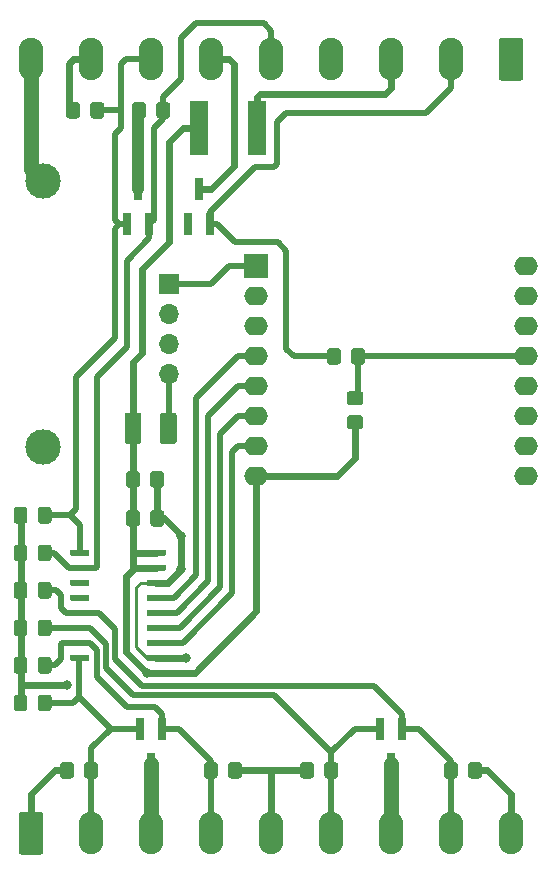
<source format=gbr>
G04 #@! TF.GenerationSoftware,KiCad,Pcbnew,5.1.5-52549c5~84~ubuntu18.04.1*
G04 #@! TF.CreationDate,2019-12-06T09:50:21+01:00*
G04 #@! TF.ProjectId,esp8266_temperature_iot,65737038-3236-4365-9f74-656d70657261,rev?*
G04 #@! TF.SameCoordinates,Original*
G04 #@! TF.FileFunction,Copper,L1,Top*
G04 #@! TF.FilePolarity,Positive*
%FSLAX46Y46*%
G04 Gerber Fmt 4.6, Leading zero omitted, Abs format (unit mm)*
G04 Created by KiCad (PCBNEW 5.1.5-52549c5~84~ubuntu18.04.1) date 2019-12-06 09:50:21*
%MOMM*%
%LPD*%
G04 APERTURE LIST*
%ADD10O,1.700000X1.700000*%
%ADD11R,1.700000X1.700000*%
%ADD12C,0.100000*%
%ADD13R,1.500000X4.600000*%
%ADD14R,0.800000X1.900000*%
%ADD15C,3.000000*%
%ADD16O,2.000000X1.600000*%
%ADD17R,2.000000X2.000000*%
%ADD18O,2.080000X3.600000*%
%ADD19C,0.800000*%
%ADD20C,0.600000*%
%ADD21C,0.250000*%
%ADD22C,0.500000*%
%ADD23C,1.250000*%
%ADD24C,1.000000*%
G04 APERTURE END LIST*
D10*
X67564000Y-120904000D03*
X67564000Y-118364000D03*
X67564000Y-115824000D03*
D11*
X67564000Y-113284000D03*
G04 #@! TA.AperFunction,SMDPad,CuDef*
D12*
G36*
X65003004Y-124152204D02*
G01*
X65027273Y-124155804D01*
X65051071Y-124161765D01*
X65074171Y-124170030D01*
X65096349Y-124180520D01*
X65117393Y-124193133D01*
X65137098Y-124207747D01*
X65155277Y-124224223D01*
X65171753Y-124242402D01*
X65186367Y-124262107D01*
X65198980Y-124283151D01*
X65209470Y-124305329D01*
X65217735Y-124328429D01*
X65223696Y-124352227D01*
X65227296Y-124376496D01*
X65228500Y-124401000D01*
X65228500Y-126551000D01*
X65227296Y-126575504D01*
X65223696Y-126599773D01*
X65217735Y-126623571D01*
X65209470Y-126646671D01*
X65198980Y-126668849D01*
X65186367Y-126689893D01*
X65171753Y-126709598D01*
X65155277Y-126727777D01*
X65137098Y-126744253D01*
X65117393Y-126758867D01*
X65096349Y-126771480D01*
X65074171Y-126781970D01*
X65051071Y-126790235D01*
X65027273Y-126796196D01*
X65003004Y-126799796D01*
X64978500Y-126801000D01*
X64053500Y-126801000D01*
X64028996Y-126799796D01*
X64004727Y-126796196D01*
X63980929Y-126790235D01*
X63957829Y-126781970D01*
X63935651Y-126771480D01*
X63914607Y-126758867D01*
X63894902Y-126744253D01*
X63876723Y-126727777D01*
X63860247Y-126709598D01*
X63845633Y-126689893D01*
X63833020Y-126668849D01*
X63822530Y-126646671D01*
X63814265Y-126623571D01*
X63808304Y-126599773D01*
X63804704Y-126575504D01*
X63803500Y-126551000D01*
X63803500Y-124401000D01*
X63804704Y-124376496D01*
X63808304Y-124352227D01*
X63814265Y-124328429D01*
X63822530Y-124305329D01*
X63833020Y-124283151D01*
X63845633Y-124262107D01*
X63860247Y-124242402D01*
X63876723Y-124224223D01*
X63894902Y-124207747D01*
X63914607Y-124193133D01*
X63935651Y-124180520D01*
X63957829Y-124170030D01*
X63980929Y-124161765D01*
X64004727Y-124155804D01*
X64028996Y-124152204D01*
X64053500Y-124151000D01*
X64978500Y-124151000D01*
X65003004Y-124152204D01*
G37*
G04 #@! TD.AperFunction*
G04 #@! TA.AperFunction,SMDPad,CuDef*
G36*
X67978004Y-124152204D02*
G01*
X68002273Y-124155804D01*
X68026071Y-124161765D01*
X68049171Y-124170030D01*
X68071349Y-124180520D01*
X68092393Y-124193133D01*
X68112098Y-124207747D01*
X68130277Y-124224223D01*
X68146753Y-124242402D01*
X68161367Y-124262107D01*
X68173980Y-124283151D01*
X68184470Y-124305329D01*
X68192735Y-124328429D01*
X68198696Y-124352227D01*
X68202296Y-124376496D01*
X68203500Y-124401000D01*
X68203500Y-126551000D01*
X68202296Y-126575504D01*
X68198696Y-126599773D01*
X68192735Y-126623571D01*
X68184470Y-126646671D01*
X68173980Y-126668849D01*
X68161367Y-126689893D01*
X68146753Y-126709598D01*
X68130277Y-126727777D01*
X68112098Y-126744253D01*
X68092393Y-126758867D01*
X68071349Y-126771480D01*
X68049171Y-126781970D01*
X68026071Y-126790235D01*
X68002273Y-126796196D01*
X67978004Y-126799796D01*
X67953500Y-126801000D01*
X67028500Y-126801000D01*
X67003996Y-126799796D01*
X66979727Y-126796196D01*
X66955929Y-126790235D01*
X66932829Y-126781970D01*
X66910651Y-126771480D01*
X66889607Y-126758867D01*
X66869902Y-126744253D01*
X66851723Y-126727777D01*
X66835247Y-126709598D01*
X66820633Y-126689893D01*
X66808020Y-126668849D01*
X66797530Y-126646671D01*
X66789265Y-126623571D01*
X66783304Y-126599773D01*
X66779704Y-126575504D01*
X66778500Y-126551000D01*
X66778500Y-124401000D01*
X66779704Y-124376496D01*
X66783304Y-124352227D01*
X66789265Y-124328429D01*
X66797530Y-124305329D01*
X66808020Y-124283151D01*
X66820633Y-124262107D01*
X66835247Y-124242402D01*
X66851723Y-124224223D01*
X66869902Y-124207747D01*
X66889607Y-124193133D01*
X66910651Y-124180520D01*
X66932829Y-124170030D01*
X66955929Y-124161765D01*
X66979727Y-124155804D01*
X67003996Y-124152204D01*
X67028500Y-124151000D01*
X67953500Y-124151000D01*
X67978004Y-124152204D01*
G37*
G04 #@! TD.AperFunction*
D13*
X75004000Y-100076000D03*
X70104000Y-100076000D03*
G04 #@! TA.AperFunction,SMDPad,CuDef*
D12*
G36*
X67423505Y-97853204D02*
G01*
X67447773Y-97856804D01*
X67471572Y-97862765D01*
X67494671Y-97871030D01*
X67516850Y-97881520D01*
X67537893Y-97894132D01*
X67557599Y-97908747D01*
X67575777Y-97925223D01*
X67592253Y-97943401D01*
X67606868Y-97963107D01*
X67619480Y-97984150D01*
X67629970Y-98006329D01*
X67638235Y-98029428D01*
X67644196Y-98053227D01*
X67647796Y-98077495D01*
X67649000Y-98101999D01*
X67649000Y-99002001D01*
X67647796Y-99026505D01*
X67644196Y-99050773D01*
X67638235Y-99074572D01*
X67629970Y-99097671D01*
X67619480Y-99119850D01*
X67606868Y-99140893D01*
X67592253Y-99160599D01*
X67575777Y-99178777D01*
X67557599Y-99195253D01*
X67537893Y-99209868D01*
X67516850Y-99222480D01*
X67494671Y-99232970D01*
X67471572Y-99241235D01*
X67447773Y-99247196D01*
X67423505Y-99250796D01*
X67399001Y-99252000D01*
X66748999Y-99252000D01*
X66724495Y-99250796D01*
X66700227Y-99247196D01*
X66676428Y-99241235D01*
X66653329Y-99232970D01*
X66631150Y-99222480D01*
X66610107Y-99209868D01*
X66590401Y-99195253D01*
X66572223Y-99178777D01*
X66555747Y-99160599D01*
X66541132Y-99140893D01*
X66528520Y-99119850D01*
X66518030Y-99097671D01*
X66509765Y-99074572D01*
X66503804Y-99050773D01*
X66500204Y-99026505D01*
X66499000Y-99002001D01*
X66499000Y-98101999D01*
X66500204Y-98077495D01*
X66503804Y-98053227D01*
X66509765Y-98029428D01*
X66518030Y-98006329D01*
X66528520Y-97984150D01*
X66541132Y-97963107D01*
X66555747Y-97943401D01*
X66572223Y-97925223D01*
X66590401Y-97908747D01*
X66610107Y-97894132D01*
X66631150Y-97881520D01*
X66653329Y-97871030D01*
X66676428Y-97862765D01*
X66700227Y-97856804D01*
X66724495Y-97853204D01*
X66748999Y-97852000D01*
X67399001Y-97852000D01*
X67423505Y-97853204D01*
G37*
G04 #@! TD.AperFunction*
G04 #@! TA.AperFunction,SMDPad,CuDef*
G36*
X65373505Y-97853204D02*
G01*
X65397773Y-97856804D01*
X65421572Y-97862765D01*
X65444671Y-97871030D01*
X65466850Y-97881520D01*
X65487893Y-97894132D01*
X65507599Y-97908747D01*
X65525777Y-97925223D01*
X65542253Y-97943401D01*
X65556868Y-97963107D01*
X65569480Y-97984150D01*
X65579970Y-98006329D01*
X65588235Y-98029428D01*
X65594196Y-98053227D01*
X65597796Y-98077495D01*
X65599000Y-98101999D01*
X65599000Y-99002001D01*
X65597796Y-99026505D01*
X65594196Y-99050773D01*
X65588235Y-99074572D01*
X65579970Y-99097671D01*
X65569480Y-99119850D01*
X65556868Y-99140893D01*
X65542253Y-99160599D01*
X65525777Y-99178777D01*
X65507599Y-99195253D01*
X65487893Y-99209868D01*
X65466850Y-99222480D01*
X65444671Y-99232970D01*
X65421572Y-99241235D01*
X65397773Y-99247196D01*
X65373505Y-99250796D01*
X65349001Y-99252000D01*
X64698999Y-99252000D01*
X64674495Y-99250796D01*
X64650227Y-99247196D01*
X64626428Y-99241235D01*
X64603329Y-99232970D01*
X64581150Y-99222480D01*
X64560107Y-99209868D01*
X64540401Y-99195253D01*
X64522223Y-99178777D01*
X64505747Y-99160599D01*
X64491132Y-99140893D01*
X64478520Y-99119850D01*
X64468030Y-99097671D01*
X64459765Y-99074572D01*
X64453804Y-99050773D01*
X64450204Y-99026505D01*
X64449000Y-99002001D01*
X64449000Y-98101999D01*
X64450204Y-98077495D01*
X64453804Y-98053227D01*
X64459765Y-98029428D01*
X64468030Y-98006329D01*
X64478520Y-97984150D01*
X64491132Y-97963107D01*
X64505747Y-97943401D01*
X64522223Y-97925223D01*
X64540401Y-97908747D01*
X64560107Y-97894132D01*
X64581150Y-97881520D01*
X64603329Y-97871030D01*
X64626428Y-97862765D01*
X64650227Y-97856804D01*
X64674495Y-97853204D01*
X64698999Y-97852000D01*
X65349001Y-97852000D01*
X65373505Y-97853204D01*
G37*
G04 #@! TD.AperFunction*
G04 #@! TA.AperFunction,SMDPad,CuDef*
G36*
X83786505Y-122344204D02*
G01*
X83810773Y-122347804D01*
X83834572Y-122353765D01*
X83857671Y-122362030D01*
X83879850Y-122372520D01*
X83900893Y-122385132D01*
X83920599Y-122399747D01*
X83938777Y-122416223D01*
X83955253Y-122434401D01*
X83969868Y-122454107D01*
X83982480Y-122475150D01*
X83992970Y-122497329D01*
X84001235Y-122520428D01*
X84007196Y-122544227D01*
X84010796Y-122568495D01*
X84012000Y-122592999D01*
X84012000Y-123243001D01*
X84010796Y-123267505D01*
X84007196Y-123291773D01*
X84001235Y-123315572D01*
X83992970Y-123338671D01*
X83982480Y-123360850D01*
X83969868Y-123381893D01*
X83955253Y-123401599D01*
X83938777Y-123419777D01*
X83920599Y-123436253D01*
X83900893Y-123450868D01*
X83879850Y-123463480D01*
X83857671Y-123473970D01*
X83834572Y-123482235D01*
X83810773Y-123488196D01*
X83786505Y-123491796D01*
X83762001Y-123493000D01*
X82861999Y-123493000D01*
X82837495Y-123491796D01*
X82813227Y-123488196D01*
X82789428Y-123482235D01*
X82766329Y-123473970D01*
X82744150Y-123463480D01*
X82723107Y-123450868D01*
X82703401Y-123436253D01*
X82685223Y-123419777D01*
X82668747Y-123401599D01*
X82654132Y-123381893D01*
X82641520Y-123360850D01*
X82631030Y-123338671D01*
X82622765Y-123315572D01*
X82616804Y-123291773D01*
X82613204Y-123267505D01*
X82612000Y-123243001D01*
X82612000Y-122592999D01*
X82613204Y-122568495D01*
X82616804Y-122544227D01*
X82622765Y-122520428D01*
X82631030Y-122497329D01*
X82641520Y-122475150D01*
X82654132Y-122454107D01*
X82668747Y-122434401D01*
X82685223Y-122416223D01*
X82703401Y-122399747D01*
X82723107Y-122385132D01*
X82744150Y-122372520D01*
X82766329Y-122362030D01*
X82789428Y-122353765D01*
X82813227Y-122347804D01*
X82837495Y-122344204D01*
X82861999Y-122343000D01*
X83762001Y-122343000D01*
X83786505Y-122344204D01*
G37*
G04 #@! TD.AperFunction*
G04 #@! TA.AperFunction,SMDPad,CuDef*
G36*
X83786505Y-124394204D02*
G01*
X83810773Y-124397804D01*
X83834572Y-124403765D01*
X83857671Y-124412030D01*
X83879850Y-124422520D01*
X83900893Y-124435132D01*
X83920599Y-124449747D01*
X83938777Y-124466223D01*
X83955253Y-124484401D01*
X83969868Y-124504107D01*
X83982480Y-124525150D01*
X83992970Y-124547329D01*
X84001235Y-124570428D01*
X84007196Y-124594227D01*
X84010796Y-124618495D01*
X84012000Y-124642999D01*
X84012000Y-125293001D01*
X84010796Y-125317505D01*
X84007196Y-125341773D01*
X84001235Y-125365572D01*
X83992970Y-125388671D01*
X83982480Y-125410850D01*
X83969868Y-125431893D01*
X83955253Y-125451599D01*
X83938777Y-125469777D01*
X83920599Y-125486253D01*
X83900893Y-125500868D01*
X83879850Y-125513480D01*
X83857671Y-125523970D01*
X83834572Y-125532235D01*
X83810773Y-125538196D01*
X83786505Y-125541796D01*
X83762001Y-125543000D01*
X82861999Y-125543000D01*
X82837495Y-125541796D01*
X82813227Y-125538196D01*
X82789428Y-125532235D01*
X82766329Y-125523970D01*
X82744150Y-125513480D01*
X82723107Y-125500868D01*
X82703401Y-125486253D01*
X82685223Y-125469777D01*
X82668747Y-125451599D01*
X82654132Y-125431893D01*
X82641520Y-125410850D01*
X82631030Y-125388671D01*
X82622765Y-125365572D01*
X82616804Y-125341773D01*
X82613204Y-125317505D01*
X82612000Y-125293001D01*
X82612000Y-124642999D01*
X82613204Y-124618495D01*
X82616804Y-124594227D01*
X82622765Y-124570428D01*
X82631030Y-124547329D01*
X82641520Y-124525150D01*
X82654132Y-124504107D01*
X82668747Y-124484401D01*
X82685223Y-124466223D01*
X82703401Y-124449747D01*
X82723107Y-124435132D01*
X82744150Y-124422520D01*
X82766329Y-124412030D01*
X82789428Y-124403765D01*
X82813227Y-124397804D01*
X82837495Y-124394204D01*
X82861999Y-124393000D01*
X83762001Y-124393000D01*
X83786505Y-124394204D01*
G37*
G04 #@! TD.AperFunction*
G04 #@! TA.AperFunction,SMDPad,CuDef*
G36*
X61835505Y-97853204D02*
G01*
X61859773Y-97856804D01*
X61883572Y-97862765D01*
X61906671Y-97871030D01*
X61928850Y-97881520D01*
X61949893Y-97894132D01*
X61969599Y-97908747D01*
X61987777Y-97925223D01*
X62004253Y-97943401D01*
X62018868Y-97963107D01*
X62031480Y-97984150D01*
X62041970Y-98006329D01*
X62050235Y-98029428D01*
X62056196Y-98053227D01*
X62059796Y-98077495D01*
X62061000Y-98101999D01*
X62061000Y-99002001D01*
X62059796Y-99026505D01*
X62056196Y-99050773D01*
X62050235Y-99074572D01*
X62041970Y-99097671D01*
X62031480Y-99119850D01*
X62018868Y-99140893D01*
X62004253Y-99160599D01*
X61987777Y-99178777D01*
X61969599Y-99195253D01*
X61949893Y-99209868D01*
X61928850Y-99222480D01*
X61906671Y-99232970D01*
X61883572Y-99241235D01*
X61859773Y-99247196D01*
X61835505Y-99250796D01*
X61811001Y-99252000D01*
X61160999Y-99252000D01*
X61136495Y-99250796D01*
X61112227Y-99247196D01*
X61088428Y-99241235D01*
X61065329Y-99232970D01*
X61043150Y-99222480D01*
X61022107Y-99209868D01*
X61002401Y-99195253D01*
X60984223Y-99178777D01*
X60967747Y-99160599D01*
X60953132Y-99140893D01*
X60940520Y-99119850D01*
X60930030Y-99097671D01*
X60921765Y-99074572D01*
X60915804Y-99050773D01*
X60912204Y-99026505D01*
X60911000Y-99002001D01*
X60911000Y-98101999D01*
X60912204Y-98077495D01*
X60915804Y-98053227D01*
X60921765Y-98029428D01*
X60930030Y-98006329D01*
X60940520Y-97984150D01*
X60953132Y-97963107D01*
X60967747Y-97943401D01*
X60984223Y-97925223D01*
X61002401Y-97908747D01*
X61022107Y-97894132D01*
X61043150Y-97881520D01*
X61065329Y-97871030D01*
X61088428Y-97862765D01*
X61112227Y-97856804D01*
X61136495Y-97853204D01*
X61160999Y-97852000D01*
X61811001Y-97852000D01*
X61835505Y-97853204D01*
G37*
G04 #@! TD.AperFunction*
G04 #@! TA.AperFunction,SMDPad,CuDef*
G36*
X59785505Y-97853204D02*
G01*
X59809773Y-97856804D01*
X59833572Y-97862765D01*
X59856671Y-97871030D01*
X59878850Y-97881520D01*
X59899893Y-97894132D01*
X59919599Y-97908747D01*
X59937777Y-97925223D01*
X59954253Y-97943401D01*
X59968868Y-97963107D01*
X59981480Y-97984150D01*
X59991970Y-98006329D01*
X60000235Y-98029428D01*
X60006196Y-98053227D01*
X60009796Y-98077495D01*
X60011000Y-98101999D01*
X60011000Y-99002001D01*
X60009796Y-99026505D01*
X60006196Y-99050773D01*
X60000235Y-99074572D01*
X59991970Y-99097671D01*
X59981480Y-99119850D01*
X59968868Y-99140893D01*
X59954253Y-99160599D01*
X59937777Y-99178777D01*
X59919599Y-99195253D01*
X59899893Y-99209868D01*
X59878850Y-99222480D01*
X59856671Y-99232970D01*
X59833572Y-99241235D01*
X59809773Y-99247196D01*
X59785505Y-99250796D01*
X59761001Y-99252000D01*
X59110999Y-99252000D01*
X59086495Y-99250796D01*
X59062227Y-99247196D01*
X59038428Y-99241235D01*
X59015329Y-99232970D01*
X58993150Y-99222480D01*
X58972107Y-99209868D01*
X58952401Y-99195253D01*
X58934223Y-99178777D01*
X58917747Y-99160599D01*
X58903132Y-99140893D01*
X58890520Y-99119850D01*
X58880030Y-99097671D01*
X58871765Y-99074572D01*
X58865804Y-99050773D01*
X58862204Y-99026505D01*
X58861000Y-99002001D01*
X58861000Y-98101999D01*
X58862204Y-98077495D01*
X58865804Y-98053227D01*
X58871765Y-98029428D01*
X58880030Y-98006329D01*
X58890520Y-97984150D01*
X58903132Y-97963107D01*
X58917747Y-97943401D01*
X58934223Y-97925223D01*
X58952401Y-97908747D01*
X58972107Y-97894132D01*
X58993150Y-97881520D01*
X59015329Y-97871030D01*
X59038428Y-97862765D01*
X59062227Y-97856804D01*
X59086495Y-97853204D01*
X59110999Y-97852000D01*
X59761001Y-97852000D01*
X59785505Y-97853204D01*
G37*
G04 #@! TD.AperFunction*
G04 #@! TA.AperFunction,SMDPad,CuDef*
G36*
X57390505Y-135318204D02*
G01*
X57414773Y-135321804D01*
X57438572Y-135327765D01*
X57461671Y-135336030D01*
X57483850Y-135346520D01*
X57504893Y-135359132D01*
X57524599Y-135373747D01*
X57542777Y-135390223D01*
X57559253Y-135408401D01*
X57573868Y-135428107D01*
X57586480Y-135449150D01*
X57596970Y-135471329D01*
X57605235Y-135494428D01*
X57611196Y-135518227D01*
X57614796Y-135542495D01*
X57616000Y-135566999D01*
X57616000Y-136467001D01*
X57614796Y-136491505D01*
X57611196Y-136515773D01*
X57605235Y-136539572D01*
X57596970Y-136562671D01*
X57586480Y-136584850D01*
X57573868Y-136605893D01*
X57559253Y-136625599D01*
X57542777Y-136643777D01*
X57524599Y-136660253D01*
X57504893Y-136674868D01*
X57483850Y-136687480D01*
X57461671Y-136697970D01*
X57438572Y-136706235D01*
X57414773Y-136712196D01*
X57390505Y-136715796D01*
X57366001Y-136717000D01*
X56715999Y-136717000D01*
X56691495Y-136715796D01*
X56667227Y-136712196D01*
X56643428Y-136706235D01*
X56620329Y-136697970D01*
X56598150Y-136687480D01*
X56577107Y-136674868D01*
X56557401Y-136660253D01*
X56539223Y-136643777D01*
X56522747Y-136625599D01*
X56508132Y-136605893D01*
X56495520Y-136584850D01*
X56485030Y-136562671D01*
X56476765Y-136539572D01*
X56470804Y-136515773D01*
X56467204Y-136491505D01*
X56466000Y-136467001D01*
X56466000Y-135566999D01*
X56467204Y-135542495D01*
X56470804Y-135518227D01*
X56476765Y-135494428D01*
X56485030Y-135471329D01*
X56495520Y-135449150D01*
X56508132Y-135428107D01*
X56522747Y-135408401D01*
X56539223Y-135390223D01*
X56557401Y-135373747D01*
X56577107Y-135359132D01*
X56598150Y-135346520D01*
X56620329Y-135336030D01*
X56643428Y-135327765D01*
X56667227Y-135321804D01*
X56691495Y-135318204D01*
X56715999Y-135317000D01*
X57366001Y-135317000D01*
X57390505Y-135318204D01*
G37*
G04 #@! TD.AperFunction*
G04 #@! TA.AperFunction,SMDPad,CuDef*
G36*
X55340505Y-135318204D02*
G01*
X55364773Y-135321804D01*
X55388572Y-135327765D01*
X55411671Y-135336030D01*
X55433850Y-135346520D01*
X55454893Y-135359132D01*
X55474599Y-135373747D01*
X55492777Y-135390223D01*
X55509253Y-135408401D01*
X55523868Y-135428107D01*
X55536480Y-135449150D01*
X55546970Y-135471329D01*
X55555235Y-135494428D01*
X55561196Y-135518227D01*
X55564796Y-135542495D01*
X55566000Y-135566999D01*
X55566000Y-136467001D01*
X55564796Y-136491505D01*
X55561196Y-136515773D01*
X55555235Y-136539572D01*
X55546970Y-136562671D01*
X55536480Y-136584850D01*
X55523868Y-136605893D01*
X55509253Y-136625599D01*
X55492777Y-136643777D01*
X55474599Y-136660253D01*
X55454893Y-136674868D01*
X55433850Y-136687480D01*
X55411671Y-136697970D01*
X55388572Y-136706235D01*
X55364773Y-136712196D01*
X55340505Y-136715796D01*
X55316001Y-136717000D01*
X54665999Y-136717000D01*
X54641495Y-136715796D01*
X54617227Y-136712196D01*
X54593428Y-136706235D01*
X54570329Y-136697970D01*
X54548150Y-136687480D01*
X54527107Y-136674868D01*
X54507401Y-136660253D01*
X54489223Y-136643777D01*
X54472747Y-136625599D01*
X54458132Y-136605893D01*
X54445520Y-136584850D01*
X54435030Y-136562671D01*
X54426765Y-136539572D01*
X54420804Y-136515773D01*
X54417204Y-136491505D01*
X54416000Y-136467001D01*
X54416000Y-135566999D01*
X54417204Y-135542495D01*
X54420804Y-135518227D01*
X54426765Y-135494428D01*
X54435030Y-135471329D01*
X54445520Y-135449150D01*
X54458132Y-135428107D01*
X54472747Y-135408401D01*
X54489223Y-135390223D01*
X54507401Y-135373747D01*
X54527107Y-135359132D01*
X54548150Y-135346520D01*
X54570329Y-135336030D01*
X54593428Y-135327765D01*
X54617227Y-135321804D01*
X54641495Y-135318204D01*
X54665999Y-135317000D01*
X55316001Y-135317000D01*
X55340505Y-135318204D01*
G37*
G04 #@! TD.AperFunction*
G04 #@! TA.AperFunction,SMDPad,CuDef*
G36*
X81874505Y-118681204D02*
G01*
X81898773Y-118684804D01*
X81922572Y-118690765D01*
X81945671Y-118699030D01*
X81967850Y-118709520D01*
X81988893Y-118722132D01*
X82008599Y-118736747D01*
X82026777Y-118753223D01*
X82043253Y-118771401D01*
X82057868Y-118791107D01*
X82070480Y-118812150D01*
X82080970Y-118834329D01*
X82089235Y-118857428D01*
X82095196Y-118881227D01*
X82098796Y-118905495D01*
X82100000Y-118929999D01*
X82100000Y-119830001D01*
X82098796Y-119854505D01*
X82095196Y-119878773D01*
X82089235Y-119902572D01*
X82080970Y-119925671D01*
X82070480Y-119947850D01*
X82057868Y-119968893D01*
X82043253Y-119988599D01*
X82026777Y-120006777D01*
X82008599Y-120023253D01*
X81988893Y-120037868D01*
X81967850Y-120050480D01*
X81945671Y-120060970D01*
X81922572Y-120069235D01*
X81898773Y-120075196D01*
X81874505Y-120078796D01*
X81850001Y-120080000D01*
X81199999Y-120080000D01*
X81175495Y-120078796D01*
X81151227Y-120075196D01*
X81127428Y-120069235D01*
X81104329Y-120060970D01*
X81082150Y-120050480D01*
X81061107Y-120037868D01*
X81041401Y-120023253D01*
X81023223Y-120006777D01*
X81006747Y-119988599D01*
X80992132Y-119968893D01*
X80979520Y-119947850D01*
X80969030Y-119925671D01*
X80960765Y-119902572D01*
X80954804Y-119878773D01*
X80951204Y-119854505D01*
X80950000Y-119830001D01*
X80950000Y-118929999D01*
X80951204Y-118905495D01*
X80954804Y-118881227D01*
X80960765Y-118857428D01*
X80969030Y-118834329D01*
X80979520Y-118812150D01*
X80992132Y-118791107D01*
X81006747Y-118771401D01*
X81023223Y-118753223D01*
X81041401Y-118736747D01*
X81061107Y-118722132D01*
X81082150Y-118709520D01*
X81104329Y-118699030D01*
X81127428Y-118690765D01*
X81151227Y-118684804D01*
X81175495Y-118681204D01*
X81199999Y-118680000D01*
X81850001Y-118680000D01*
X81874505Y-118681204D01*
G37*
G04 #@! TD.AperFunction*
G04 #@! TA.AperFunction,SMDPad,CuDef*
G36*
X83924505Y-118681204D02*
G01*
X83948773Y-118684804D01*
X83972572Y-118690765D01*
X83995671Y-118699030D01*
X84017850Y-118709520D01*
X84038893Y-118722132D01*
X84058599Y-118736747D01*
X84076777Y-118753223D01*
X84093253Y-118771401D01*
X84107868Y-118791107D01*
X84120480Y-118812150D01*
X84130970Y-118834329D01*
X84139235Y-118857428D01*
X84145196Y-118881227D01*
X84148796Y-118905495D01*
X84150000Y-118929999D01*
X84150000Y-119830001D01*
X84148796Y-119854505D01*
X84145196Y-119878773D01*
X84139235Y-119902572D01*
X84130970Y-119925671D01*
X84120480Y-119947850D01*
X84107868Y-119968893D01*
X84093253Y-119988599D01*
X84076777Y-120006777D01*
X84058599Y-120023253D01*
X84038893Y-120037868D01*
X84017850Y-120050480D01*
X83995671Y-120060970D01*
X83972572Y-120069235D01*
X83948773Y-120075196D01*
X83924505Y-120078796D01*
X83900001Y-120080000D01*
X83249999Y-120080000D01*
X83225495Y-120078796D01*
X83201227Y-120075196D01*
X83177428Y-120069235D01*
X83154329Y-120060970D01*
X83132150Y-120050480D01*
X83111107Y-120037868D01*
X83091401Y-120023253D01*
X83073223Y-120006777D01*
X83056747Y-119988599D01*
X83042132Y-119968893D01*
X83029520Y-119947850D01*
X83019030Y-119925671D01*
X83010765Y-119902572D01*
X83004804Y-119878773D01*
X83001204Y-119854505D01*
X83000000Y-119830001D01*
X83000000Y-118929999D01*
X83001204Y-118905495D01*
X83004804Y-118881227D01*
X83010765Y-118857428D01*
X83019030Y-118834329D01*
X83029520Y-118812150D01*
X83042132Y-118791107D01*
X83056747Y-118771401D01*
X83073223Y-118753223D01*
X83091401Y-118736747D01*
X83111107Y-118722132D01*
X83132150Y-118709520D01*
X83154329Y-118699030D01*
X83177428Y-118690765D01*
X83201227Y-118684804D01*
X83225495Y-118681204D01*
X83249999Y-118680000D01*
X83900001Y-118680000D01*
X83924505Y-118681204D01*
G37*
G04 #@! TD.AperFunction*
G04 #@! TA.AperFunction,SMDPad,CuDef*
G36*
X57390505Y-132143204D02*
G01*
X57414773Y-132146804D01*
X57438572Y-132152765D01*
X57461671Y-132161030D01*
X57483850Y-132171520D01*
X57504893Y-132184132D01*
X57524599Y-132198747D01*
X57542777Y-132215223D01*
X57559253Y-132233401D01*
X57573868Y-132253107D01*
X57586480Y-132274150D01*
X57596970Y-132296329D01*
X57605235Y-132319428D01*
X57611196Y-132343227D01*
X57614796Y-132367495D01*
X57616000Y-132391999D01*
X57616000Y-133292001D01*
X57614796Y-133316505D01*
X57611196Y-133340773D01*
X57605235Y-133364572D01*
X57596970Y-133387671D01*
X57586480Y-133409850D01*
X57573868Y-133430893D01*
X57559253Y-133450599D01*
X57542777Y-133468777D01*
X57524599Y-133485253D01*
X57504893Y-133499868D01*
X57483850Y-133512480D01*
X57461671Y-133522970D01*
X57438572Y-133531235D01*
X57414773Y-133537196D01*
X57390505Y-133540796D01*
X57366001Y-133542000D01*
X56715999Y-133542000D01*
X56691495Y-133540796D01*
X56667227Y-133537196D01*
X56643428Y-133531235D01*
X56620329Y-133522970D01*
X56598150Y-133512480D01*
X56577107Y-133499868D01*
X56557401Y-133485253D01*
X56539223Y-133468777D01*
X56522747Y-133450599D01*
X56508132Y-133430893D01*
X56495520Y-133409850D01*
X56485030Y-133387671D01*
X56476765Y-133364572D01*
X56470804Y-133340773D01*
X56467204Y-133316505D01*
X56466000Y-133292001D01*
X56466000Y-132391999D01*
X56467204Y-132367495D01*
X56470804Y-132343227D01*
X56476765Y-132319428D01*
X56485030Y-132296329D01*
X56495520Y-132274150D01*
X56508132Y-132253107D01*
X56522747Y-132233401D01*
X56539223Y-132215223D01*
X56557401Y-132198747D01*
X56577107Y-132184132D01*
X56598150Y-132171520D01*
X56620329Y-132161030D01*
X56643428Y-132152765D01*
X56667227Y-132146804D01*
X56691495Y-132143204D01*
X56715999Y-132142000D01*
X57366001Y-132142000D01*
X57390505Y-132143204D01*
G37*
G04 #@! TD.AperFunction*
G04 #@! TA.AperFunction,SMDPad,CuDef*
G36*
X55340505Y-132143204D02*
G01*
X55364773Y-132146804D01*
X55388572Y-132152765D01*
X55411671Y-132161030D01*
X55433850Y-132171520D01*
X55454893Y-132184132D01*
X55474599Y-132198747D01*
X55492777Y-132215223D01*
X55509253Y-132233401D01*
X55523868Y-132253107D01*
X55536480Y-132274150D01*
X55546970Y-132296329D01*
X55555235Y-132319428D01*
X55561196Y-132343227D01*
X55564796Y-132367495D01*
X55566000Y-132391999D01*
X55566000Y-133292001D01*
X55564796Y-133316505D01*
X55561196Y-133340773D01*
X55555235Y-133364572D01*
X55546970Y-133387671D01*
X55536480Y-133409850D01*
X55523868Y-133430893D01*
X55509253Y-133450599D01*
X55492777Y-133468777D01*
X55474599Y-133485253D01*
X55454893Y-133499868D01*
X55433850Y-133512480D01*
X55411671Y-133522970D01*
X55388572Y-133531235D01*
X55364773Y-133537196D01*
X55340505Y-133540796D01*
X55316001Y-133542000D01*
X54665999Y-133542000D01*
X54641495Y-133540796D01*
X54617227Y-133537196D01*
X54593428Y-133531235D01*
X54570329Y-133522970D01*
X54548150Y-133512480D01*
X54527107Y-133499868D01*
X54507401Y-133485253D01*
X54489223Y-133468777D01*
X54472747Y-133450599D01*
X54458132Y-133430893D01*
X54445520Y-133409850D01*
X54435030Y-133387671D01*
X54426765Y-133364572D01*
X54420804Y-133340773D01*
X54417204Y-133316505D01*
X54416000Y-133292001D01*
X54416000Y-132391999D01*
X54417204Y-132367495D01*
X54420804Y-132343227D01*
X54426765Y-132319428D01*
X54435030Y-132296329D01*
X54445520Y-132274150D01*
X54458132Y-132253107D01*
X54472747Y-132233401D01*
X54489223Y-132215223D01*
X54507401Y-132198747D01*
X54527107Y-132184132D01*
X54548150Y-132171520D01*
X54570329Y-132161030D01*
X54593428Y-132152765D01*
X54617227Y-132146804D01*
X54641495Y-132143204D01*
X54665999Y-132142000D01*
X55316001Y-132142000D01*
X55340505Y-132143204D01*
G37*
G04 #@! TD.AperFunction*
D14*
X70104000Y-105180000D03*
X71054000Y-108180000D03*
X69154000Y-108180000D03*
X64958000Y-105204000D03*
X65908000Y-108204000D03*
X64008000Y-108204000D03*
X66040000Y-153900000D03*
X65090000Y-150900000D03*
X66990000Y-150900000D03*
X86360000Y-153900000D03*
X85410000Y-150900000D03*
X87310000Y-150900000D03*
G04 #@! TA.AperFunction,SMDPad,CuDef*
D12*
G36*
X57390505Y-138493204D02*
G01*
X57414773Y-138496804D01*
X57438572Y-138502765D01*
X57461671Y-138511030D01*
X57483850Y-138521520D01*
X57504893Y-138534132D01*
X57524599Y-138548747D01*
X57542777Y-138565223D01*
X57559253Y-138583401D01*
X57573868Y-138603107D01*
X57586480Y-138624150D01*
X57596970Y-138646329D01*
X57605235Y-138669428D01*
X57611196Y-138693227D01*
X57614796Y-138717495D01*
X57616000Y-138741999D01*
X57616000Y-139642001D01*
X57614796Y-139666505D01*
X57611196Y-139690773D01*
X57605235Y-139714572D01*
X57596970Y-139737671D01*
X57586480Y-139759850D01*
X57573868Y-139780893D01*
X57559253Y-139800599D01*
X57542777Y-139818777D01*
X57524599Y-139835253D01*
X57504893Y-139849868D01*
X57483850Y-139862480D01*
X57461671Y-139872970D01*
X57438572Y-139881235D01*
X57414773Y-139887196D01*
X57390505Y-139890796D01*
X57366001Y-139892000D01*
X56715999Y-139892000D01*
X56691495Y-139890796D01*
X56667227Y-139887196D01*
X56643428Y-139881235D01*
X56620329Y-139872970D01*
X56598150Y-139862480D01*
X56577107Y-139849868D01*
X56557401Y-139835253D01*
X56539223Y-139818777D01*
X56522747Y-139800599D01*
X56508132Y-139780893D01*
X56495520Y-139759850D01*
X56485030Y-139737671D01*
X56476765Y-139714572D01*
X56470804Y-139690773D01*
X56467204Y-139666505D01*
X56466000Y-139642001D01*
X56466000Y-138741999D01*
X56467204Y-138717495D01*
X56470804Y-138693227D01*
X56476765Y-138669428D01*
X56485030Y-138646329D01*
X56495520Y-138624150D01*
X56508132Y-138603107D01*
X56522747Y-138583401D01*
X56539223Y-138565223D01*
X56557401Y-138548747D01*
X56577107Y-138534132D01*
X56598150Y-138521520D01*
X56620329Y-138511030D01*
X56643428Y-138502765D01*
X56667227Y-138496804D01*
X56691495Y-138493204D01*
X56715999Y-138492000D01*
X57366001Y-138492000D01*
X57390505Y-138493204D01*
G37*
G04 #@! TD.AperFunction*
G04 #@! TA.AperFunction,SMDPad,CuDef*
G36*
X55340505Y-138493204D02*
G01*
X55364773Y-138496804D01*
X55388572Y-138502765D01*
X55411671Y-138511030D01*
X55433850Y-138521520D01*
X55454893Y-138534132D01*
X55474599Y-138548747D01*
X55492777Y-138565223D01*
X55509253Y-138583401D01*
X55523868Y-138603107D01*
X55536480Y-138624150D01*
X55546970Y-138646329D01*
X55555235Y-138669428D01*
X55561196Y-138693227D01*
X55564796Y-138717495D01*
X55566000Y-138741999D01*
X55566000Y-139642001D01*
X55564796Y-139666505D01*
X55561196Y-139690773D01*
X55555235Y-139714572D01*
X55546970Y-139737671D01*
X55536480Y-139759850D01*
X55523868Y-139780893D01*
X55509253Y-139800599D01*
X55492777Y-139818777D01*
X55474599Y-139835253D01*
X55454893Y-139849868D01*
X55433850Y-139862480D01*
X55411671Y-139872970D01*
X55388572Y-139881235D01*
X55364773Y-139887196D01*
X55340505Y-139890796D01*
X55316001Y-139892000D01*
X54665999Y-139892000D01*
X54641495Y-139890796D01*
X54617227Y-139887196D01*
X54593428Y-139881235D01*
X54570329Y-139872970D01*
X54548150Y-139862480D01*
X54527107Y-139849868D01*
X54507401Y-139835253D01*
X54489223Y-139818777D01*
X54472747Y-139800599D01*
X54458132Y-139780893D01*
X54445520Y-139759850D01*
X54435030Y-139737671D01*
X54426765Y-139714572D01*
X54420804Y-139690773D01*
X54417204Y-139666505D01*
X54416000Y-139642001D01*
X54416000Y-138741999D01*
X54417204Y-138717495D01*
X54420804Y-138693227D01*
X54426765Y-138669428D01*
X54435030Y-138646329D01*
X54445520Y-138624150D01*
X54458132Y-138603107D01*
X54472747Y-138583401D01*
X54489223Y-138565223D01*
X54507401Y-138548747D01*
X54527107Y-138534132D01*
X54548150Y-138521520D01*
X54570329Y-138511030D01*
X54593428Y-138502765D01*
X54617227Y-138496804D01*
X54641495Y-138493204D01*
X54665999Y-138492000D01*
X55316001Y-138492000D01*
X55340505Y-138493204D01*
G37*
G04 #@! TD.AperFunction*
G04 #@! TA.AperFunction,SMDPad,CuDef*
G36*
X57390505Y-141668204D02*
G01*
X57414773Y-141671804D01*
X57438572Y-141677765D01*
X57461671Y-141686030D01*
X57483850Y-141696520D01*
X57504893Y-141709132D01*
X57524599Y-141723747D01*
X57542777Y-141740223D01*
X57559253Y-141758401D01*
X57573868Y-141778107D01*
X57586480Y-141799150D01*
X57596970Y-141821329D01*
X57605235Y-141844428D01*
X57611196Y-141868227D01*
X57614796Y-141892495D01*
X57616000Y-141916999D01*
X57616000Y-142817001D01*
X57614796Y-142841505D01*
X57611196Y-142865773D01*
X57605235Y-142889572D01*
X57596970Y-142912671D01*
X57586480Y-142934850D01*
X57573868Y-142955893D01*
X57559253Y-142975599D01*
X57542777Y-142993777D01*
X57524599Y-143010253D01*
X57504893Y-143024868D01*
X57483850Y-143037480D01*
X57461671Y-143047970D01*
X57438572Y-143056235D01*
X57414773Y-143062196D01*
X57390505Y-143065796D01*
X57366001Y-143067000D01*
X56715999Y-143067000D01*
X56691495Y-143065796D01*
X56667227Y-143062196D01*
X56643428Y-143056235D01*
X56620329Y-143047970D01*
X56598150Y-143037480D01*
X56577107Y-143024868D01*
X56557401Y-143010253D01*
X56539223Y-142993777D01*
X56522747Y-142975599D01*
X56508132Y-142955893D01*
X56495520Y-142934850D01*
X56485030Y-142912671D01*
X56476765Y-142889572D01*
X56470804Y-142865773D01*
X56467204Y-142841505D01*
X56466000Y-142817001D01*
X56466000Y-141916999D01*
X56467204Y-141892495D01*
X56470804Y-141868227D01*
X56476765Y-141844428D01*
X56485030Y-141821329D01*
X56495520Y-141799150D01*
X56508132Y-141778107D01*
X56522747Y-141758401D01*
X56539223Y-141740223D01*
X56557401Y-141723747D01*
X56577107Y-141709132D01*
X56598150Y-141696520D01*
X56620329Y-141686030D01*
X56643428Y-141677765D01*
X56667227Y-141671804D01*
X56691495Y-141668204D01*
X56715999Y-141667000D01*
X57366001Y-141667000D01*
X57390505Y-141668204D01*
G37*
G04 #@! TD.AperFunction*
G04 #@! TA.AperFunction,SMDPad,CuDef*
G36*
X55340505Y-141668204D02*
G01*
X55364773Y-141671804D01*
X55388572Y-141677765D01*
X55411671Y-141686030D01*
X55433850Y-141696520D01*
X55454893Y-141709132D01*
X55474599Y-141723747D01*
X55492777Y-141740223D01*
X55509253Y-141758401D01*
X55523868Y-141778107D01*
X55536480Y-141799150D01*
X55546970Y-141821329D01*
X55555235Y-141844428D01*
X55561196Y-141868227D01*
X55564796Y-141892495D01*
X55566000Y-141916999D01*
X55566000Y-142817001D01*
X55564796Y-142841505D01*
X55561196Y-142865773D01*
X55555235Y-142889572D01*
X55546970Y-142912671D01*
X55536480Y-142934850D01*
X55523868Y-142955893D01*
X55509253Y-142975599D01*
X55492777Y-142993777D01*
X55474599Y-143010253D01*
X55454893Y-143024868D01*
X55433850Y-143037480D01*
X55411671Y-143047970D01*
X55388572Y-143056235D01*
X55364773Y-143062196D01*
X55340505Y-143065796D01*
X55316001Y-143067000D01*
X54665999Y-143067000D01*
X54641495Y-143065796D01*
X54617227Y-143062196D01*
X54593428Y-143056235D01*
X54570329Y-143047970D01*
X54548150Y-143037480D01*
X54527107Y-143024868D01*
X54507401Y-143010253D01*
X54489223Y-142993777D01*
X54472747Y-142975599D01*
X54458132Y-142955893D01*
X54445520Y-142934850D01*
X54435030Y-142912671D01*
X54426765Y-142889572D01*
X54420804Y-142865773D01*
X54417204Y-142841505D01*
X54416000Y-142817001D01*
X54416000Y-141916999D01*
X54417204Y-141892495D01*
X54420804Y-141868227D01*
X54426765Y-141844428D01*
X54435030Y-141821329D01*
X54445520Y-141799150D01*
X54458132Y-141778107D01*
X54472747Y-141758401D01*
X54489223Y-141740223D01*
X54507401Y-141723747D01*
X54527107Y-141709132D01*
X54548150Y-141696520D01*
X54570329Y-141686030D01*
X54593428Y-141677765D01*
X54617227Y-141671804D01*
X54641495Y-141668204D01*
X54665999Y-141667000D01*
X55316001Y-141667000D01*
X55340505Y-141668204D01*
G37*
G04 #@! TD.AperFunction*
G04 #@! TA.AperFunction,SMDPad,CuDef*
G36*
X57390505Y-144843204D02*
G01*
X57414773Y-144846804D01*
X57438572Y-144852765D01*
X57461671Y-144861030D01*
X57483850Y-144871520D01*
X57504893Y-144884132D01*
X57524599Y-144898747D01*
X57542777Y-144915223D01*
X57559253Y-144933401D01*
X57573868Y-144953107D01*
X57586480Y-144974150D01*
X57596970Y-144996329D01*
X57605235Y-145019428D01*
X57611196Y-145043227D01*
X57614796Y-145067495D01*
X57616000Y-145091999D01*
X57616000Y-145992001D01*
X57614796Y-146016505D01*
X57611196Y-146040773D01*
X57605235Y-146064572D01*
X57596970Y-146087671D01*
X57586480Y-146109850D01*
X57573868Y-146130893D01*
X57559253Y-146150599D01*
X57542777Y-146168777D01*
X57524599Y-146185253D01*
X57504893Y-146199868D01*
X57483850Y-146212480D01*
X57461671Y-146222970D01*
X57438572Y-146231235D01*
X57414773Y-146237196D01*
X57390505Y-146240796D01*
X57366001Y-146242000D01*
X56715999Y-146242000D01*
X56691495Y-146240796D01*
X56667227Y-146237196D01*
X56643428Y-146231235D01*
X56620329Y-146222970D01*
X56598150Y-146212480D01*
X56577107Y-146199868D01*
X56557401Y-146185253D01*
X56539223Y-146168777D01*
X56522747Y-146150599D01*
X56508132Y-146130893D01*
X56495520Y-146109850D01*
X56485030Y-146087671D01*
X56476765Y-146064572D01*
X56470804Y-146040773D01*
X56467204Y-146016505D01*
X56466000Y-145992001D01*
X56466000Y-145091999D01*
X56467204Y-145067495D01*
X56470804Y-145043227D01*
X56476765Y-145019428D01*
X56485030Y-144996329D01*
X56495520Y-144974150D01*
X56508132Y-144953107D01*
X56522747Y-144933401D01*
X56539223Y-144915223D01*
X56557401Y-144898747D01*
X56577107Y-144884132D01*
X56598150Y-144871520D01*
X56620329Y-144861030D01*
X56643428Y-144852765D01*
X56667227Y-144846804D01*
X56691495Y-144843204D01*
X56715999Y-144842000D01*
X57366001Y-144842000D01*
X57390505Y-144843204D01*
G37*
G04 #@! TD.AperFunction*
G04 #@! TA.AperFunction,SMDPad,CuDef*
G36*
X55340505Y-144843204D02*
G01*
X55364773Y-144846804D01*
X55388572Y-144852765D01*
X55411671Y-144861030D01*
X55433850Y-144871520D01*
X55454893Y-144884132D01*
X55474599Y-144898747D01*
X55492777Y-144915223D01*
X55509253Y-144933401D01*
X55523868Y-144953107D01*
X55536480Y-144974150D01*
X55546970Y-144996329D01*
X55555235Y-145019428D01*
X55561196Y-145043227D01*
X55564796Y-145067495D01*
X55566000Y-145091999D01*
X55566000Y-145992001D01*
X55564796Y-146016505D01*
X55561196Y-146040773D01*
X55555235Y-146064572D01*
X55546970Y-146087671D01*
X55536480Y-146109850D01*
X55523868Y-146130893D01*
X55509253Y-146150599D01*
X55492777Y-146168777D01*
X55474599Y-146185253D01*
X55454893Y-146199868D01*
X55433850Y-146212480D01*
X55411671Y-146222970D01*
X55388572Y-146231235D01*
X55364773Y-146237196D01*
X55340505Y-146240796D01*
X55316001Y-146242000D01*
X54665999Y-146242000D01*
X54641495Y-146240796D01*
X54617227Y-146237196D01*
X54593428Y-146231235D01*
X54570329Y-146222970D01*
X54548150Y-146212480D01*
X54527107Y-146199868D01*
X54507401Y-146185253D01*
X54489223Y-146168777D01*
X54472747Y-146150599D01*
X54458132Y-146130893D01*
X54445520Y-146109850D01*
X54435030Y-146087671D01*
X54426765Y-146064572D01*
X54420804Y-146040773D01*
X54417204Y-146016505D01*
X54416000Y-145992001D01*
X54416000Y-145091999D01*
X54417204Y-145067495D01*
X54420804Y-145043227D01*
X54426765Y-145019428D01*
X54435030Y-144996329D01*
X54445520Y-144974150D01*
X54458132Y-144953107D01*
X54472747Y-144933401D01*
X54489223Y-144915223D01*
X54507401Y-144898747D01*
X54527107Y-144884132D01*
X54548150Y-144871520D01*
X54570329Y-144861030D01*
X54593428Y-144852765D01*
X54617227Y-144846804D01*
X54641495Y-144843204D01*
X54665999Y-144842000D01*
X55316001Y-144842000D01*
X55340505Y-144843204D01*
G37*
G04 #@! TD.AperFunction*
G04 #@! TA.AperFunction,SMDPad,CuDef*
G36*
X57390505Y-148018204D02*
G01*
X57414773Y-148021804D01*
X57438572Y-148027765D01*
X57461671Y-148036030D01*
X57483850Y-148046520D01*
X57504893Y-148059132D01*
X57524599Y-148073747D01*
X57542777Y-148090223D01*
X57559253Y-148108401D01*
X57573868Y-148128107D01*
X57586480Y-148149150D01*
X57596970Y-148171329D01*
X57605235Y-148194428D01*
X57611196Y-148218227D01*
X57614796Y-148242495D01*
X57616000Y-148266999D01*
X57616000Y-149167001D01*
X57614796Y-149191505D01*
X57611196Y-149215773D01*
X57605235Y-149239572D01*
X57596970Y-149262671D01*
X57586480Y-149284850D01*
X57573868Y-149305893D01*
X57559253Y-149325599D01*
X57542777Y-149343777D01*
X57524599Y-149360253D01*
X57504893Y-149374868D01*
X57483850Y-149387480D01*
X57461671Y-149397970D01*
X57438572Y-149406235D01*
X57414773Y-149412196D01*
X57390505Y-149415796D01*
X57366001Y-149417000D01*
X56715999Y-149417000D01*
X56691495Y-149415796D01*
X56667227Y-149412196D01*
X56643428Y-149406235D01*
X56620329Y-149397970D01*
X56598150Y-149387480D01*
X56577107Y-149374868D01*
X56557401Y-149360253D01*
X56539223Y-149343777D01*
X56522747Y-149325599D01*
X56508132Y-149305893D01*
X56495520Y-149284850D01*
X56485030Y-149262671D01*
X56476765Y-149239572D01*
X56470804Y-149215773D01*
X56467204Y-149191505D01*
X56466000Y-149167001D01*
X56466000Y-148266999D01*
X56467204Y-148242495D01*
X56470804Y-148218227D01*
X56476765Y-148194428D01*
X56485030Y-148171329D01*
X56495520Y-148149150D01*
X56508132Y-148128107D01*
X56522747Y-148108401D01*
X56539223Y-148090223D01*
X56557401Y-148073747D01*
X56577107Y-148059132D01*
X56598150Y-148046520D01*
X56620329Y-148036030D01*
X56643428Y-148027765D01*
X56667227Y-148021804D01*
X56691495Y-148018204D01*
X56715999Y-148017000D01*
X57366001Y-148017000D01*
X57390505Y-148018204D01*
G37*
G04 #@! TD.AperFunction*
G04 #@! TA.AperFunction,SMDPad,CuDef*
G36*
X55340505Y-148018204D02*
G01*
X55364773Y-148021804D01*
X55388572Y-148027765D01*
X55411671Y-148036030D01*
X55433850Y-148046520D01*
X55454893Y-148059132D01*
X55474599Y-148073747D01*
X55492777Y-148090223D01*
X55509253Y-148108401D01*
X55523868Y-148128107D01*
X55536480Y-148149150D01*
X55546970Y-148171329D01*
X55555235Y-148194428D01*
X55561196Y-148218227D01*
X55564796Y-148242495D01*
X55566000Y-148266999D01*
X55566000Y-149167001D01*
X55564796Y-149191505D01*
X55561196Y-149215773D01*
X55555235Y-149239572D01*
X55546970Y-149262671D01*
X55536480Y-149284850D01*
X55523868Y-149305893D01*
X55509253Y-149325599D01*
X55492777Y-149343777D01*
X55474599Y-149360253D01*
X55454893Y-149374868D01*
X55433850Y-149387480D01*
X55411671Y-149397970D01*
X55388572Y-149406235D01*
X55364773Y-149412196D01*
X55340505Y-149415796D01*
X55316001Y-149417000D01*
X54665999Y-149417000D01*
X54641495Y-149415796D01*
X54617227Y-149412196D01*
X54593428Y-149406235D01*
X54570329Y-149397970D01*
X54548150Y-149387480D01*
X54527107Y-149374868D01*
X54507401Y-149360253D01*
X54489223Y-149343777D01*
X54472747Y-149325599D01*
X54458132Y-149305893D01*
X54445520Y-149284850D01*
X54435030Y-149262671D01*
X54426765Y-149239572D01*
X54420804Y-149215773D01*
X54417204Y-149191505D01*
X54416000Y-149167001D01*
X54416000Y-148266999D01*
X54417204Y-148242495D01*
X54420804Y-148218227D01*
X54426765Y-148194428D01*
X54435030Y-148171329D01*
X54445520Y-148149150D01*
X54458132Y-148128107D01*
X54472747Y-148108401D01*
X54489223Y-148090223D01*
X54507401Y-148073747D01*
X54527107Y-148059132D01*
X54548150Y-148046520D01*
X54570329Y-148036030D01*
X54593428Y-148027765D01*
X54617227Y-148021804D01*
X54641495Y-148018204D01*
X54665999Y-148017000D01*
X55316001Y-148017000D01*
X55340505Y-148018204D01*
G37*
G04 #@! TD.AperFunction*
G04 #@! TA.AperFunction,SMDPad,CuDef*
G36*
X66906505Y-129095204D02*
G01*
X66930773Y-129098804D01*
X66954572Y-129104765D01*
X66977671Y-129113030D01*
X66999850Y-129123520D01*
X67020893Y-129136132D01*
X67040599Y-129150747D01*
X67058777Y-129167223D01*
X67075253Y-129185401D01*
X67089868Y-129205107D01*
X67102480Y-129226150D01*
X67112970Y-129248329D01*
X67121235Y-129271428D01*
X67127196Y-129295227D01*
X67130796Y-129319495D01*
X67132000Y-129343999D01*
X67132000Y-130244001D01*
X67130796Y-130268505D01*
X67127196Y-130292773D01*
X67121235Y-130316572D01*
X67112970Y-130339671D01*
X67102480Y-130361850D01*
X67089868Y-130382893D01*
X67075253Y-130402599D01*
X67058777Y-130420777D01*
X67040599Y-130437253D01*
X67020893Y-130451868D01*
X66999850Y-130464480D01*
X66977671Y-130474970D01*
X66954572Y-130483235D01*
X66930773Y-130489196D01*
X66906505Y-130492796D01*
X66882001Y-130494000D01*
X66231999Y-130494000D01*
X66207495Y-130492796D01*
X66183227Y-130489196D01*
X66159428Y-130483235D01*
X66136329Y-130474970D01*
X66114150Y-130464480D01*
X66093107Y-130451868D01*
X66073401Y-130437253D01*
X66055223Y-130420777D01*
X66038747Y-130402599D01*
X66024132Y-130382893D01*
X66011520Y-130361850D01*
X66001030Y-130339671D01*
X65992765Y-130316572D01*
X65986804Y-130292773D01*
X65983204Y-130268505D01*
X65982000Y-130244001D01*
X65982000Y-129343999D01*
X65983204Y-129319495D01*
X65986804Y-129295227D01*
X65992765Y-129271428D01*
X66001030Y-129248329D01*
X66011520Y-129226150D01*
X66024132Y-129205107D01*
X66038747Y-129185401D01*
X66055223Y-129167223D01*
X66073401Y-129150747D01*
X66093107Y-129136132D01*
X66114150Y-129123520D01*
X66136329Y-129113030D01*
X66159428Y-129104765D01*
X66183227Y-129098804D01*
X66207495Y-129095204D01*
X66231999Y-129094000D01*
X66882001Y-129094000D01*
X66906505Y-129095204D01*
G37*
G04 #@! TD.AperFunction*
G04 #@! TA.AperFunction,SMDPad,CuDef*
G36*
X64856505Y-129095204D02*
G01*
X64880773Y-129098804D01*
X64904572Y-129104765D01*
X64927671Y-129113030D01*
X64949850Y-129123520D01*
X64970893Y-129136132D01*
X64990599Y-129150747D01*
X65008777Y-129167223D01*
X65025253Y-129185401D01*
X65039868Y-129205107D01*
X65052480Y-129226150D01*
X65062970Y-129248329D01*
X65071235Y-129271428D01*
X65077196Y-129295227D01*
X65080796Y-129319495D01*
X65082000Y-129343999D01*
X65082000Y-130244001D01*
X65080796Y-130268505D01*
X65077196Y-130292773D01*
X65071235Y-130316572D01*
X65062970Y-130339671D01*
X65052480Y-130361850D01*
X65039868Y-130382893D01*
X65025253Y-130402599D01*
X65008777Y-130420777D01*
X64990599Y-130437253D01*
X64970893Y-130451868D01*
X64949850Y-130464480D01*
X64927671Y-130474970D01*
X64904572Y-130483235D01*
X64880773Y-130489196D01*
X64856505Y-130492796D01*
X64832001Y-130494000D01*
X64181999Y-130494000D01*
X64157495Y-130492796D01*
X64133227Y-130489196D01*
X64109428Y-130483235D01*
X64086329Y-130474970D01*
X64064150Y-130464480D01*
X64043107Y-130451868D01*
X64023401Y-130437253D01*
X64005223Y-130420777D01*
X63988747Y-130402599D01*
X63974132Y-130382893D01*
X63961520Y-130361850D01*
X63951030Y-130339671D01*
X63942765Y-130316572D01*
X63936804Y-130292773D01*
X63933204Y-130268505D01*
X63932000Y-130244001D01*
X63932000Y-129343999D01*
X63933204Y-129319495D01*
X63936804Y-129295227D01*
X63942765Y-129271428D01*
X63951030Y-129248329D01*
X63961520Y-129226150D01*
X63974132Y-129205107D01*
X63988747Y-129185401D01*
X64005223Y-129167223D01*
X64023401Y-129150747D01*
X64043107Y-129136132D01*
X64064150Y-129123520D01*
X64086329Y-129113030D01*
X64109428Y-129104765D01*
X64133227Y-129098804D01*
X64157495Y-129095204D01*
X64181999Y-129094000D01*
X64832001Y-129094000D01*
X64856505Y-129095204D01*
G37*
G04 #@! TD.AperFunction*
G04 #@! TA.AperFunction,SMDPad,CuDef*
G36*
X91771505Y-153733204D02*
G01*
X91795773Y-153736804D01*
X91819572Y-153742765D01*
X91842671Y-153751030D01*
X91864850Y-153761520D01*
X91885893Y-153774132D01*
X91905599Y-153788747D01*
X91923777Y-153805223D01*
X91940253Y-153823401D01*
X91954868Y-153843107D01*
X91967480Y-153864150D01*
X91977970Y-153886329D01*
X91986235Y-153909428D01*
X91992196Y-153933227D01*
X91995796Y-153957495D01*
X91997000Y-153981999D01*
X91997000Y-154882001D01*
X91995796Y-154906505D01*
X91992196Y-154930773D01*
X91986235Y-154954572D01*
X91977970Y-154977671D01*
X91967480Y-154999850D01*
X91954868Y-155020893D01*
X91940253Y-155040599D01*
X91923777Y-155058777D01*
X91905599Y-155075253D01*
X91885893Y-155089868D01*
X91864850Y-155102480D01*
X91842671Y-155112970D01*
X91819572Y-155121235D01*
X91795773Y-155127196D01*
X91771505Y-155130796D01*
X91747001Y-155132000D01*
X91096999Y-155132000D01*
X91072495Y-155130796D01*
X91048227Y-155127196D01*
X91024428Y-155121235D01*
X91001329Y-155112970D01*
X90979150Y-155102480D01*
X90958107Y-155089868D01*
X90938401Y-155075253D01*
X90920223Y-155058777D01*
X90903747Y-155040599D01*
X90889132Y-155020893D01*
X90876520Y-154999850D01*
X90866030Y-154977671D01*
X90857765Y-154954572D01*
X90851804Y-154930773D01*
X90848204Y-154906505D01*
X90847000Y-154882001D01*
X90847000Y-153981999D01*
X90848204Y-153957495D01*
X90851804Y-153933227D01*
X90857765Y-153909428D01*
X90866030Y-153886329D01*
X90876520Y-153864150D01*
X90889132Y-153843107D01*
X90903747Y-153823401D01*
X90920223Y-153805223D01*
X90938401Y-153788747D01*
X90958107Y-153774132D01*
X90979150Y-153761520D01*
X91001329Y-153751030D01*
X91024428Y-153742765D01*
X91048227Y-153736804D01*
X91072495Y-153733204D01*
X91096999Y-153732000D01*
X91747001Y-153732000D01*
X91771505Y-153733204D01*
G37*
G04 #@! TD.AperFunction*
G04 #@! TA.AperFunction,SMDPad,CuDef*
G36*
X93821505Y-153733204D02*
G01*
X93845773Y-153736804D01*
X93869572Y-153742765D01*
X93892671Y-153751030D01*
X93914850Y-153761520D01*
X93935893Y-153774132D01*
X93955599Y-153788747D01*
X93973777Y-153805223D01*
X93990253Y-153823401D01*
X94004868Y-153843107D01*
X94017480Y-153864150D01*
X94027970Y-153886329D01*
X94036235Y-153909428D01*
X94042196Y-153933227D01*
X94045796Y-153957495D01*
X94047000Y-153981999D01*
X94047000Y-154882001D01*
X94045796Y-154906505D01*
X94042196Y-154930773D01*
X94036235Y-154954572D01*
X94027970Y-154977671D01*
X94017480Y-154999850D01*
X94004868Y-155020893D01*
X93990253Y-155040599D01*
X93973777Y-155058777D01*
X93955599Y-155075253D01*
X93935893Y-155089868D01*
X93914850Y-155102480D01*
X93892671Y-155112970D01*
X93869572Y-155121235D01*
X93845773Y-155127196D01*
X93821505Y-155130796D01*
X93797001Y-155132000D01*
X93146999Y-155132000D01*
X93122495Y-155130796D01*
X93098227Y-155127196D01*
X93074428Y-155121235D01*
X93051329Y-155112970D01*
X93029150Y-155102480D01*
X93008107Y-155089868D01*
X92988401Y-155075253D01*
X92970223Y-155058777D01*
X92953747Y-155040599D01*
X92939132Y-155020893D01*
X92926520Y-154999850D01*
X92916030Y-154977671D01*
X92907765Y-154954572D01*
X92901804Y-154930773D01*
X92898204Y-154906505D01*
X92897000Y-154882001D01*
X92897000Y-153981999D01*
X92898204Y-153957495D01*
X92901804Y-153933227D01*
X92907765Y-153909428D01*
X92916030Y-153886329D01*
X92926520Y-153864150D01*
X92939132Y-153843107D01*
X92953747Y-153823401D01*
X92970223Y-153805223D01*
X92988401Y-153788747D01*
X93008107Y-153774132D01*
X93029150Y-153761520D01*
X93051329Y-153751030D01*
X93074428Y-153742765D01*
X93098227Y-153736804D01*
X93122495Y-153733204D01*
X93146999Y-153732000D01*
X93797001Y-153732000D01*
X93821505Y-153733204D01*
G37*
G04 #@! TD.AperFunction*
G04 #@! TA.AperFunction,SMDPad,CuDef*
G36*
X81647505Y-153733204D02*
G01*
X81671773Y-153736804D01*
X81695572Y-153742765D01*
X81718671Y-153751030D01*
X81740850Y-153761520D01*
X81761893Y-153774132D01*
X81781599Y-153788747D01*
X81799777Y-153805223D01*
X81816253Y-153823401D01*
X81830868Y-153843107D01*
X81843480Y-153864150D01*
X81853970Y-153886329D01*
X81862235Y-153909428D01*
X81868196Y-153933227D01*
X81871796Y-153957495D01*
X81873000Y-153981999D01*
X81873000Y-154882001D01*
X81871796Y-154906505D01*
X81868196Y-154930773D01*
X81862235Y-154954572D01*
X81853970Y-154977671D01*
X81843480Y-154999850D01*
X81830868Y-155020893D01*
X81816253Y-155040599D01*
X81799777Y-155058777D01*
X81781599Y-155075253D01*
X81761893Y-155089868D01*
X81740850Y-155102480D01*
X81718671Y-155112970D01*
X81695572Y-155121235D01*
X81671773Y-155127196D01*
X81647505Y-155130796D01*
X81623001Y-155132000D01*
X80972999Y-155132000D01*
X80948495Y-155130796D01*
X80924227Y-155127196D01*
X80900428Y-155121235D01*
X80877329Y-155112970D01*
X80855150Y-155102480D01*
X80834107Y-155089868D01*
X80814401Y-155075253D01*
X80796223Y-155058777D01*
X80779747Y-155040599D01*
X80765132Y-155020893D01*
X80752520Y-154999850D01*
X80742030Y-154977671D01*
X80733765Y-154954572D01*
X80727804Y-154930773D01*
X80724204Y-154906505D01*
X80723000Y-154882001D01*
X80723000Y-153981999D01*
X80724204Y-153957495D01*
X80727804Y-153933227D01*
X80733765Y-153909428D01*
X80742030Y-153886329D01*
X80752520Y-153864150D01*
X80765132Y-153843107D01*
X80779747Y-153823401D01*
X80796223Y-153805223D01*
X80814401Y-153788747D01*
X80834107Y-153774132D01*
X80855150Y-153761520D01*
X80877329Y-153751030D01*
X80900428Y-153742765D01*
X80924227Y-153736804D01*
X80948495Y-153733204D01*
X80972999Y-153732000D01*
X81623001Y-153732000D01*
X81647505Y-153733204D01*
G37*
G04 #@! TD.AperFunction*
G04 #@! TA.AperFunction,SMDPad,CuDef*
G36*
X79597505Y-153733204D02*
G01*
X79621773Y-153736804D01*
X79645572Y-153742765D01*
X79668671Y-153751030D01*
X79690850Y-153761520D01*
X79711893Y-153774132D01*
X79731599Y-153788747D01*
X79749777Y-153805223D01*
X79766253Y-153823401D01*
X79780868Y-153843107D01*
X79793480Y-153864150D01*
X79803970Y-153886329D01*
X79812235Y-153909428D01*
X79818196Y-153933227D01*
X79821796Y-153957495D01*
X79823000Y-153981999D01*
X79823000Y-154882001D01*
X79821796Y-154906505D01*
X79818196Y-154930773D01*
X79812235Y-154954572D01*
X79803970Y-154977671D01*
X79793480Y-154999850D01*
X79780868Y-155020893D01*
X79766253Y-155040599D01*
X79749777Y-155058777D01*
X79731599Y-155075253D01*
X79711893Y-155089868D01*
X79690850Y-155102480D01*
X79668671Y-155112970D01*
X79645572Y-155121235D01*
X79621773Y-155127196D01*
X79597505Y-155130796D01*
X79573001Y-155132000D01*
X78922999Y-155132000D01*
X78898495Y-155130796D01*
X78874227Y-155127196D01*
X78850428Y-155121235D01*
X78827329Y-155112970D01*
X78805150Y-155102480D01*
X78784107Y-155089868D01*
X78764401Y-155075253D01*
X78746223Y-155058777D01*
X78729747Y-155040599D01*
X78715132Y-155020893D01*
X78702520Y-154999850D01*
X78692030Y-154977671D01*
X78683765Y-154954572D01*
X78677804Y-154930773D01*
X78674204Y-154906505D01*
X78673000Y-154882001D01*
X78673000Y-153981999D01*
X78674204Y-153957495D01*
X78677804Y-153933227D01*
X78683765Y-153909428D01*
X78692030Y-153886329D01*
X78702520Y-153864150D01*
X78715132Y-153843107D01*
X78729747Y-153823401D01*
X78746223Y-153805223D01*
X78764401Y-153788747D01*
X78784107Y-153774132D01*
X78805150Y-153761520D01*
X78827329Y-153751030D01*
X78850428Y-153742765D01*
X78874227Y-153736804D01*
X78898495Y-153733204D01*
X78922999Y-153732000D01*
X79573001Y-153732000D01*
X79597505Y-153733204D01*
G37*
G04 #@! TD.AperFunction*
G04 #@! TA.AperFunction,SMDPad,CuDef*
G36*
X71451505Y-153733204D02*
G01*
X71475773Y-153736804D01*
X71499572Y-153742765D01*
X71522671Y-153751030D01*
X71544850Y-153761520D01*
X71565893Y-153774132D01*
X71585599Y-153788747D01*
X71603777Y-153805223D01*
X71620253Y-153823401D01*
X71634868Y-153843107D01*
X71647480Y-153864150D01*
X71657970Y-153886329D01*
X71666235Y-153909428D01*
X71672196Y-153933227D01*
X71675796Y-153957495D01*
X71677000Y-153981999D01*
X71677000Y-154882001D01*
X71675796Y-154906505D01*
X71672196Y-154930773D01*
X71666235Y-154954572D01*
X71657970Y-154977671D01*
X71647480Y-154999850D01*
X71634868Y-155020893D01*
X71620253Y-155040599D01*
X71603777Y-155058777D01*
X71585599Y-155075253D01*
X71565893Y-155089868D01*
X71544850Y-155102480D01*
X71522671Y-155112970D01*
X71499572Y-155121235D01*
X71475773Y-155127196D01*
X71451505Y-155130796D01*
X71427001Y-155132000D01*
X70776999Y-155132000D01*
X70752495Y-155130796D01*
X70728227Y-155127196D01*
X70704428Y-155121235D01*
X70681329Y-155112970D01*
X70659150Y-155102480D01*
X70638107Y-155089868D01*
X70618401Y-155075253D01*
X70600223Y-155058777D01*
X70583747Y-155040599D01*
X70569132Y-155020893D01*
X70556520Y-154999850D01*
X70546030Y-154977671D01*
X70537765Y-154954572D01*
X70531804Y-154930773D01*
X70528204Y-154906505D01*
X70527000Y-154882001D01*
X70527000Y-153981999D01*
X70528204Y-153957495D01*
X70531804Y-153933227D01*
X70537765Y-153909428D01*
X70546030Y-153886329D01*
X70556520Y-153864150D01*
X70569132Y-153843107D01*
X70583747Y-153823401D01*
X70600223Y-153805223D01*
X70618401Y-153788747D01*
X70638107Y-153774132D01*
X70659150Y-153761520D01*
X70681329Y-153751030D01*
X70704428Y-153742765D01*
X70728227Y-153736804D01*
X70752495Y-153733204D01*
X70776999Y-153732000D01*
X71427001Y-153732000D01*
X71451505Y-153733204D01*
G37*
G04 #@! TD.AperFunction*
G04 #@! TA.AperFunction,SMDPad,CuDef*
G36*
X73501505Y-153733204D02*
G01*
X73525773Y-153736804D01*
X73549572Y-153742765D01*
X73572671Y-153751030D01*
X73594850Y-153761520D01*
X73615893Y-153774132D01*
X73635599Y-153788747D01*
X73653777Y-153805223D01*
X73670253Y-153823401D01*
X73684868Y-153843107D01*
X73697480Y-153864150D01*
X73707970Y-153886329D01*
X73716235Y-153909428D01*
X73722196Y-153933227D01*
X73725796Y-153957495D01*
X73727000Y-153981999D01*
X73727000Y-154882001D01*
X73725796Y-154906505D01*
X73722196Y-154930773D01*
X73716235Y-154954572D01*
X73707970Y-154977671D01*
X73697480Y-154999850D01*
X73684868Y-155020893D01*
X73670253Y-155040599D01*
X73653777Y-155058777D01*
X73635599Y-155075253D01*
X73615893Y-155089868D01*
X73594850Y-155102480D01*
X73572671Y-155112970D01*
X73549572Y-155121235D01*
X73525773Y-155127196D01*
X73501505Y-155130796D01*
X73477001Y-155132000D01*
X72826999Y-155132000D01*
X72802495Y-155130796D01*
X72778227Y-155127196D01*
X72754428Y-155121235D01*
X72731329Y-155112970D01*
X72709150Y-155102480D01*
X72688107Y-155089868D01*
X72668401Y-155075253D01*
X72650223Y-155058777D01*
X72633747Y-155040599D01*
X72619132Y-155020893D01*
X72606520Y-154999850D01*
X72596030Y-154977671D01*
X72587765Y-154954572D01*
X72581804Y-154930773D01*
X72578204Y-154906505D01*
X72577000Y-154882001D01*
X72577000Y-153981999D01*
X72578204Y-153957495D01*
X72581804Y-153933227D01*
X72587765Y-153909428D01*
X72596030Y-153886329D01*
X72606520Y-153864150D01*
X72619132Y-153843107D01*
X72633747Y-153823401D01*
X72650223Y-153805223D01*
X72668401Y-153788747D01*
X72688107Y-153774132D01*
X72709150Y-153761520D01*
X72731329Y-153751030D01*
X72754428Y-153742765D01*
X72778227Y-153736804D01*
X72802495Y-153733204D01*
X72826999Y-153732000D01*
X73477001Y-153732000D01*
X73501505Y-153733204D01*
G37*
G04 #@! TD.AperFunction*
G04 #@! TA.AperFunction,SMDPad,CuDef*
G36*
X61318505Y-153733204D02*
G01*
X61342773Y-153736804D01*
X61366572Y-153742765D01*
X61389671Y-153751030D01*
X61411850Y-153761520D01*
X61432893Y-153774132D01*
X61452599Y-153788747D01*
X61470777Y-153805223D01*
X61487253Y-153823401D01*
X61501868Y-153843107D01*
X61514480Y-153864150D01*
X61524970Y-153886329D01*
X61533235Y-153909428D01*
X61539196Y-153933227D01*
X61542796Y-153957495D01*
X61544000Y-153981999D01*
X61544000Y-154882001D01*
X61542796Y-154906505D01*
X61539196Y-154930773D01*
X61533235Y-154954572D01*
X61524970Y-154977671D01*
X61514480Y-154999850D01*
X61501868Y-155020893D01*
X61487253Y-155040599D01*
X61470777Y-155058777D01*
X61452599Y-155075253D01*
X61432893Y-155089868D01*
X61411850Y-155102480D01*
X61389671Y-155112970D01*
X61366572Y-155121235D01*
X61342773Y-155127196D01*
X61318505Y-155130796D01*
X61294001Y-155132000D01*
X60643999Y-155132000D01*
X60619495Y-155130796D01*
X60595227Y-155127196D01*
X60571428Y-155121235D01*
X60548329Y-155112970D01*
X60526150Y-155102480D01*
X60505107Y-155089868D01*
X60485401Y-155075253D01*
X60467223Y-155058777D01*
X60450747Y-155040599D01*
X60436132Y-155020893D01*
X60423520Y-154999850D01*
X60413030Y-154977671D01*
X60404765Y-154954572D01*
X60398804Y-154930773D01*
X60395204Y-154906505D01*
X60394000Y-154882001D01*
X60394000Y-153981999D01*
X60395204Y-153957495D01*
X60398804Y-153933227D01*
X60404765Y-153909428D01*
X60413030Y-153886329D01*
X60423520Y-153864150D01*
X60436132Y-153843107D01*
X60450747Y-153823401D01*
X60467223Y-153805223D01*
X60485401Y-153788747D01*
X60505107Y-153774132D01*
X60526150Y-153761520D01*
X60548329Y-153751030D01*
X60571428Y-153742765D01*
X60595227Y-153736804D01*
X60619495Y-153733204D01*
X60643999Y-153732000D01*
X61294001Y-153732000D01*
X61318505Y-153733204D01*
G37*
G04 #@! TD.AperFunction*
G04 #@! TA.AperFunction,SMDPad,CuDef*
G36*
X59268505Y-153733204D02*
G01*
X59292773Y-153736804D01*
X59316572Y-153742765D01*
X59339671Y-153751030D01*
X59361850Y-153761520D01*
X59382893Y-153774132D01*
X59402599Y-153788747D01*
X59420777Y-153805223D01*
X59437253Y-153823401D01*
X59451868Y-153843107D01*
X59464480Y-153864150D01*
X59474970Y-153886329D01*
X59483235Y-153909428D01*
X59489196Y-153933227D01*
X59492796Y-153957495D01*
X59494000Y-153981999D01*
X59494000Y-154882001D01*
X59492796Y-154906505D01*
X59489196Y-154930773D01*
X59483235Y-154954572D01*
X59474970Y-154977671D01*
X59464480Y-154999850D01*
X59451868Y-155020893D01*
X59437253Y-155040599D01*
X59420777Y-155058777D01*
X59402599Y-155075253D01*
X59382893Y-155089868D01*
X59361850Y-155102480D01*
X59339671Y-155112970D01*
X59316572Y-155121235D01*
X59292773Y-155127196D01*
X59268505Y-155130796D01*
X59244001Y-155132000D01*
X58593999Y-155132000D01*
X58569495Y-155130796D01*
X58545227Y-155127196D01*
X58521428Y-155121235D01*
X58498329Y-155112970D01*
X58476150Y-155102480D01*
X58455107Y-155089868D01*
X58435401Y-155075253D01*
X58417223Y-155058777D01*
X58400747Y-155040599D01*
X58386132Y-155020893D01*
X58373520Y-154999850D01*
X58363030Y-154977671D01*
X58354765Y-154954572D01*
X58348804Y-154930773D01*
X58345204Y-154906505D01*
X58344000Y-154882001D01*
X58344000Y-153981999D01*
X58345204Y-153957495D01*
X58348804Y-153933227D01*
X58354765Y-153909428D01*
X58363030Y-153886329D01*
X58373520Y-153864150D01*
X58386132Y-153843107D01*
X58400747Y-153823401D01*
X58417223Y-153805223D01*
X58435401Y-153788747D01*
X58455107Y-153774132D01*
X58476150Y-153761520D01*
X58498329Y-153751030D01*
X58521428Y-153742765D01*
X58545227Y-153736804D01*
X58569495Y-153733204D01*
X58593999Y-153732000D01*
X59244001Y-153732000D01*
X59268505Y-153733204D01*
G37*
G04 #@! TD.AperFunction*
G04 #@! TA.AperFunction,SMDPad,CuDef*
G36*
X66915505Y-132397204D02*
G01*
X66939773Y-132400804D01*
X66963572Y-132406765D01*
X66986671Y-132415030D01*
X67008850Y-132425520D01*
X67029893Y-132438132D01*
X67049599Y-132452747D01*
X67067777Y-132469223D01*
X67084253Y-132487401D01*
X67098868Y-132507107D01*
X67111480Y-132528150D01*
X67121970Y-132550329D01*
X67130235Y-132573428D01*
X67136196Y-132597227D01*
X67139796Y-132621495D01*
X67141000Y-132645999D01*
X67141000Y-133546001D01*
X67139796Y-133570505D01*
X67136196Y-133594773D01*
X67130235Y-133618572D01*
X67121970Y-133641671D01*
X67111480Y-133663850D01*
X67098868Y-133684893D01*
X67084253Y-133704599D01*
X67067777Y-133722777D01*
X67049599Y-133739253D01*
X67029893Y-133753868D01*
X67008850Y-133766480D01*
X66986671Y-133776970D01*
X66963572Y-133785235D01*
X66939773Y-133791196D01*
X66915505Y-133794796D01*
X66891001Y-133796000D01*
X66240999Y-133796000D01*
X66216495Y-133794796D01*
X66192227Y-133791196D01*
X66168428Y-133785235D01*
X66145329Y-133776970D01*
X66123150Y-133766480D01*
X66102107Y-133753868D01*
X66082401Y-133739253D01*
X66064223Y-133722777D01*
X66047747Y-133704599D01*
X66033132Y-133684893D01*
X66020520Y-133663850D01*
X66010030Y-133641671D01*
X66001765Y-133618572D01*
X65995804Y-133594773D01*
X65992204Y-133570505D01*
X65991000Y-133546001D01*
X65991000Y-132645999D01*
X65992204Y-132621495D01*
X65995804Y-132597227D01*
X66001765Y-132573428D01*
X66010030Y-132550329D01*
X66020520Y-132528150D01*
X66033132Y-132507107D01*
X66047747Y-132487401D01*
X66064223Y-132469223D01*
X66082401Y-132452747D01*
X66102107Y-132438132D01*
X66123150Y-132425520D01*
X66145329Y-132415030D01*
X66168428Y-132406765D01*
X66192227Y-132400804D01*
X66216495Y-132397204D01*
X66240999Y-132396000D01*
X66891001Y-132396000D01*
X66915505Y-132397204D01*
G37*
G04 #@! TD.AperFunction*
G04 #@! TA.AperFunction,SMDPad,CuDef*
G36*
X64865505Y-132397204D02*
G01*
X64889773Y-132400804D01*
X64913572Y-132406765D01*
X64936671Y-132415030D01*
X64958850Y-132425520D01*
X64979893Y-132438132D01*
X64999599Y-132452747D01*
X65017777Y-132469223D01*
X65034253Y-132487401D01*
X65048868Y-132507107D01*
X65061480Y-132528150D01*
X65071970Y-132550329D01*
X65080235Y-132573428D01*
X65086196Y-132597227D01*
X65089796Y-132621495D01*
X65091000Y-132645999D01*
X65091000Y-133546001D01*
X65089796Y-133570505D01*
X65086196Y-133594773D01*
X65080235Y-133618572D01*
X65071970Y-133641671D01*
X65061480Y-133663850D01*
X65048868Y-133684893D01*
X65034253Y-133704599D01*
X65017777Y-133722777D01*
X64999599Y-133739253D01*
X64979893Y-133753868D01*
X64958850Y-133766480D01*
X64936671Y-133776970D01*
X64913572Y-133785235D01*
X64889773Y-133791196D01*
X64865505Y-133794796D01*
X64841001Y-133796000D01*
X64190999Y-133796000D01*
X64166495Y-133794796D01*
X64142227Y-133791196D01*
X64118428Y-133785235D01*
X64095329Y-133776970D01*
X64073150Y-133766480D01*
X64052107Y-133753868D01*
X64032401Y-133739253D01*
X64014223Y-133722777D01*
X63997747Y-133704599D01*
X63983132Y-133684893D01*
X63970520Y-133663850D01*
X63960030Y-133641671D01*
X63951765Y-133618572D01*
X63945804Y-133594773D01*
X63942204Y-133570505D01*
X63941000Y-133546001D01*
X63941000Y-132645999D01*
X63942204Y-132621495D01*
X63945804Y-132597227D01*
X63951765Y-132573428D01*
X63960030Y-132550329D01*
X63970520Y-132528150D01*
X63983132Y-132507107D01*
X63997747Y-132487401D01*
X64014223Y-132469223D01*
X64032401Y-132452747D01*
X64052107Y-132438132D01*
X64073150Y-132425520D01*
X64095329Y-132415030D01*
X64118428Y-132406765D01*
X64142227Y-132400804D01*
X64166495Y-132397204D01*
X64190999Y-132396000D01*
X64841001Y-132396000D01*
X64865505Y-132397204D01*
G37*
G04 #@! TD.AperFunction*
D15*
X56896000Y-104574000D03*
X56896000Y-127074000D03*
D16*
X74930000Y-114300000D03*
D17*
X74930000Y-111760000D03*
D16*
X74930000Y-116840000D03*
X74930000Y-119380000D03*
X74930000Y-121920000D03*
X74930000Y-124460000D03*
X74930000Y-127000000D03*
X74930000Y-129540000D03*
X97790000Y-129540000D03*
X97790000Y-127000000D03*
X97790000Y-124460000D03*
X97790000Y-121920000D03*
X97790000Y-119380000D03*
X97790000Y-116840000D03*
X97790000Y-114300000D03*
X97790000Y-111760000D03*
G04 #@! TA.AperFunction,SMDPad,CuDef*
D12*
G36*
X60671977Y-135742662D02*
G01*
X60685325Y-135744642D01*
X60698414Y-135747921D01*
X60711119Y-135752467D01*
X60723317Y-135758236D01*
X60734891Y-135765173D01*
X60745729Y-135773211D01*
X60755727Y-135782273D01*
X60764789Y-135792271D01*
X60772827Y-135803109D01*
X60779764Y-135814683D01*
X60785533Y-135826881D01*
X60790079Y-135839586D01*
X60793358Y-135852675D01*
X60795338Y-135866023D01*
X60796000Y-135879500D01*
X60796000Y-136154500D01*
X60795338Y-136167977D01*
X60793358Y-136181325D01*
X60790079Y-136194414D01*
X60785533Y-136207119D01*
X60779764Y-136219317D01*
X60772827Y-136230891D01*
X60764789Y-136241729D01*
X60755727Y-136251727D01*
X60745729Y-136260789D01*
X60734891Y-136268827D01*
X60723317Y-136275764D01*
X60711119Y-136281533D01*
X60698414Y-136286079D01*
X60685325Y-136289358D01*
X60671977Y-136291338D01*
X60658500Y-136292000D01*
X59333500Y-136292000D01*
X59320023Y-136291338D01*
X59306675Y-136289358D01*
X59293586Y-136286079D01*
X59280881Y-136281533D01*
X59268683Y-136275764D01*
X59257109Y-136268827D01*
X59246271Y-136260789D01*
X59236273Y-136251727D01*
X59227211Y-136241729D01*
X59219173Y-136230891D01*
X59212236Y-136219317D01*
X59206467Y-136207119D01*
X59201921Y-136194414D01*
X59198642Y-136181325D01*
X59196662Y-136167977D01*
X59196000Y-136154500D01*
X59196000Y-135879500D01*
X59196662Y-135866023D01*
X59198642Y-135852675D01*
X59201921Y-135839586D01*
X59206467Y-135826881D01*
X59212236Y-135814683D01*
X59219173Y-135803109D01*
X59227211Y-135792271D01*
X59236273Y-135782273D01*
X59246271Y-135773211D01*
X59257109Y-135765173D01*
X59268683Y-135758236D01*
X59280881Y-135752467D01*
X59293586Y-135747921D01*
X59306675Y-135744642D01*
X59320023Y-135742662D01*
X59333500Y-135742000D01*
X60658500Y-135742000D01*
X60671977Y-135742662D01*
G37*
G04 #@! TD.AperFunction*
G04 #@! TA.AperFunction,SMDPad,CuDef*
G36*
X60671977Y-137012662D02*
G01*
X60685325Y-137014642D01*
X60698414Y-137017921D01*
X60711119Y-137022467D01*
X60723317Y-137028236D01*
X60734891Y-137035173D01*
X60745729Y-137043211D01*
X60755727Y-137052273D01*
X60764789Y-137062271D01*
X60772827Y-137073109D01*
X60779764Y-137084683D01*
X60785533Y-137096881D01*
X60790079Y-137109586D01*
X60793358Y-137122675D01*
X60795338Y-137136023D01*
X60796000Y-137149500D01*
X60796000Y-137424500D01*
X60795338Y-137437977D01*
X60793358Y-137451325D01*
X60790079Y-137464414D01*
X60785533Y-137477119D01*
X60779764Y-137489317D01*
X60772827Y-137500891D01*
X60764789Y-137511729D01*
X60755727Y-137521727D01*
X60745729Y-137530789D01*
X60734891Y-137538827D01*
X60723317Y-137545764D01*
X60711119Y-137551533D01*
X60698414Y-137556079D01*
X60685325Y-137559358D01*
X60671977Y-137561338D01*
X60658500Y-137562000D01*
X59333500Y-137562000D01*
X59320023Y-137561338D01*
X59306675Y-137559358D01*
X59293586Y-137556079D01*
X59280881Y-137551533D01*
X59268683Y-137545764D01*
X59257109Y-137538827D01*
X59246271Y-137530789D01*
X59236273Y-137521727D01*
X59227211Y-137511729D01*
X59219173Y-137500891D01*
X59212236Y-137489317D01*
X59206467Y-137477119D01*
X59201921Y-137464414D01*
X59198642Y-137451325D01*
X59196662Y-137437977D01*
X59196000Y-137424500D01*
X59196000Y-137149500D01*
X59196662Y-137136023D01*
X59198642Y-137122675D01*
X59201921Y-137109586D01*
X59206467Y-137096881D01*
X59212236Y-137084683D01*
X59219173Y-137073109D01*
X59227211Y-137062271D01*
X59236273Y-137052273D01*
X59246271Y-137043211D01*
X59257109Y-137035173D01*
X59268683Y-137028236D01*
X59280881Y-137022467D01*
X59293586Y-137017921D01*
X59306675Y-137014642D01*
X59320023Y-137012662D01*
X59333500Y-137012000D01*
X60658500Y-137012000D01*
X60671977Y-137012662D01*
G37*
G04 #@! TD.AperFunction*
G04 #@! TA.AperFunction,SMDPad,CuDef*
G36*
X60671977Y-138282662D02*
G01*
X60685325Y-138284642D01*
X60698414Y-138287921D01*
X60711119Y-138292467D01*
X60723317Y-138298236D01*
X60734891Y-138305173D01*
X60745729Y-138313211D01*
X60755727Y-138322273D01*
X60764789Y-138332271D01*
X60772827Y-138343109D01*
X60779764Y-138354683D01*
X60785533Y-138366881D01*
X60790079Y-138379586D01*
X60793358Y-138392675D01*
X60795338Y-138406023D01*
X60796000Y-138419500D01*
X60796000Y-138694500D01*
X60795338Y-138707977D01*
X60793358Y-138721325D01*
X60790079Y-138734414D01*
X60785533Y-138747119D01*
X60779764Y-138759317D01*
X60772827Y-138770891D01*
X60764789Y-138781729D01*
X60755727Y-138791727D01*
X60745729Y-138800789D01*
X60734891Y-138808827D01*
X60723317Y-138815764D01*
X60711119Y-138821533D01*
X60698414Y-138826079D01*
X60685325Y-138829358D01*
X60671977Y-138831338D01*
X60658500Y-138832000D01*
X59333500Y-138832000D01*
X59320023Y-138831338D01*
X59306675Y-138829358D01*
X59293586Y-138826079D01*
X59280881Y-138821533D01*
X59268683Y-138815764D01*
X59257109Y-138808827D01*
X59246271Y-138800789D01*
X59236273Y-138791727D01*
X59227211Y-138781729D01*
X59219173Y-138770891D01*
X59212236Y-138759317D01*
X59206467Y-138747119D01*
X59201921Y-138734414D01*
X59198642Y-138721325D01*
X59196662Y-138707977D01*
X59196000Y-138694500D01*
X59196000Y-138419500D01*
X59196662Y-138406023D01*
X59198642Y-138392675D01*
X59201921Y-138379586D01*
X59206467Y-138366881D01*
X59212236Y-138354683D01*
X59219173Y-138343109D01*
X59227211Y-138332271D01*
X59236273Y-138322273D01*
X59246271Y-138313211D01*
X59257109Y-138305173D01*
X59268683Y-138298236D01*
X59280881Y-138292467D01*
X59293586Y-138287921D01*
X59306675Y-138284642D01*
X59320023Y-138282662D01*
X59333500Y-138282000D01*
X60658500Y-138282000D01*
X60671977Y-138282662D01*
G37*
G04 #@! TD.AperFunction*
G04 #@! TA.AperFunction,SMDPad,CuDef*
G36*
X60671977Y-139552662D02*
G01*
X60685325Y-139554642D01*
X60698414Y-139557921D01*
X60711119Y-139562467D01*
X60723317Y-139568236D01*
X60734891Y-139575173D01*
X60745729Y-139583211D01*
X60755727Y-139592273D01*
X60764789Y-139602271D01*
X60772827Y-139613109D01*
X60779764Y-139624683D01*
X60785533Y-139636881D01*
X60790079Y-139649586D01*
X60793358Y-139662675D01*
X60795338Y-139676023D01*
X60796000Y-139689500D01*
X60796000Y-139964500D01*
X60795338Y-139977977D01*
X60793358Y-139991325D01*
X60790079Y-140004414D01*
X60785533Y-140017119D01*
X60779764Y-140029317D01*
X60772827Y-140040891D01*
X60764789Y-140051729D01*
X60755727Y-140061727D01*
X60745729Y-140070789D01*
X60734891Y-140078827D01*
X60723317Y-140085764D01*
X60711119Y-140091533D01*
X60698414Y-140096079D01*
X60685325Y-140099358D01*
X60671977Y-140101338D01*
X60658500Y-140102000D01*
X59333500Y-140102000D01*
X59320023Y-140101338D01*
X59306675Y-140099358D01*
X59293586Y-140096079D01*
X59280881Y-140091533D01*
X59268683Y-140085764D01*
X59257109Y-140078827D01*
X59246271Y-140070789D01*
X59236273Y-140061727D01*
X59227211Y-140051729D01*
X59219173Y-140040891D01*
X59212236Y-140029317D01*
X59206467Y-140017119D01*
X59201921Y-140004414D01*
X59198642Y-139991325D01*
X59196662Y-139977977D01*
X59196000Y-139964500D01*
X59196000Y-139689500D01*
X59196662Y-139676023D01*
X59198642Y-139662675D01*
X59201921Y-139649586D01*
X59206467Y-139636881D01*
X59212236Y-139624683D01*
X59219173Y-139613109D01*
X59227211Y-139602271D01*
X59236273Y-139592273D01*
X59246271Y-139583211D01*
X59257109Y-139575173D01*
X59268683Y-139568236D01*
X59280881Y-139562467D01*
X59293586Y-139557921D01*
X59306675Y-139554642D01*
X59320023Y-139552662D01*
X59333500Y-139552000D01*
X60658500Y-139552000D01*
X60671977Y-139552662D01*
G37*
G04 #@! TD.AperFunction*
G04 #@! TA.AperFunction,SMDPad,CuDef*
G36*
X60671977Y-140822662D02*
G01*
X60685325Y-140824642D01*
X60698414Y-140827921D01*
X60711119Y-140832467D01*
X60723317Y-140838236D01*
X60734891Y-140845173D01*
X60745729Y-140853211D01*
X60755727Y-140862273D01*
X60764789Y-140872271D01*
X60772827Y-140883109D01*
X60779764Y-140894683D01*
X60785533Y-140906881D01*
X60790079Y-140919586D01*
X60793358Y-140932675D01*
X60795338Y-140946023D01*
X60796000Y-140959500D01*
X60796000Y-141234500D01*
X60795338Y-141247977D01*
X60793358Y-141261325D01*
X60790079Y-141274414D01*
X60785533Y-141287119D01*
X60779764Y-141299317D01*
X60772827Y-141310891D01*
X60764789Y-141321729D01*
X60755727Y-141331727D01*
X60745729Y-141340789D01*
X60734891Y-141348827D01*
X60723317Y-141355764D01*
X60711119Y-141361533D01*
X60698414Y-141366079D01*
X60685325Y-141369358D01*
X60671977Y-141371338D01*
X60658500Y-141372000D01*
X59333500Y-141372000D01*
X59320023Y-141371338D01*
X59306675Y-141369358D01*
X59293586Y-141366079D01*
X59280881Y-141361533D01*
X59268683Y-141355764D01*
X59257109Y-141348827D01*
X59246271Y-141340789D01*
X59236273Y-141331727D01*
X59227211Y-141321729D01*
X59219173Y-141310891D01*
X59212236Y-141299317D01*
X59206467Y-141287119D01*
X59201921Y-141274414D01*
X59198642Y-141261325D01*
X59196662Y-141247977D01*
X59196000Y-141234500D01*
X59196000Y-140959500D01*
X59196662Y-140946023D01*
X59198642Y-140932675D01*
X59201921Y-140919586D01*
X59206467Y-140906881D01*
X59212236Y-140894683D01*
X59219173Y-140883109D01*
X59227211Y-140872271D01*
X59236273Y-140862273D01*
X59246271Y-140853211D01*
X59257109Y-140845173D01*
X59268683Y-140838236D01*
X59280881Y-140832467D01*
X59293586Y-140827921D01*
X59306675Y-140824642D01*
X59320023Y-140822662D01*
X59333500Y-140822000D01*
X60658500Y-140822000D01*
X60671977Y-140822662D01*
G37*
G04 #@! TD.AperFunction*
G04 #@! TA.AperFunction,SMDPad,CuDef*
G36*
X60671977Y-142092662D02*
G01*
X60685325Y-142094642D01*
X60698414Y-142097921D01*
X60711119Y-142102467D01*
X60723317Y-142108236D01*
X60734891Y-142115173D01*
X60745729Y-142123211D01*
X60755727Y-142132273D01*
X60764789Y-142142271D01*
X60772827Y-142153109D01*
X60779764Y-142164683D01*
X60785533Y-142176881D01*
X60790079Y-142189586D01*
X60793358Y-142202675D01*
X60795338Y-142216023D01*
X60796000Y-142229500D01*
X60796000Y-142504500D01*
X60795338Y-142517977D01*
X60793358Y-142531325D01*
X60790079Y-142544414D01*
X60785533Y-142557119D01*
X60779764Y-142569317D01*
X60772827Y-142580891D01*
X60764789Y-142591729D01*
X60755727Y-142601727D01*
X60745729Y-142610789D01*
X60734891Y-142618827D01*
X60723317Y-142625764D01*
X60711119Y-142631533D01*
X60698414Y-142636079D01*
X60685325Y-142639358D01*
X60671977Y-142641338D01*
X60658500Y-142642000D01*
X59333500Y-142642000D01*
X59320023Y-142641338D01*
X59306675Y-142639358D01*
X59293586Y-142636079D01*
X59280881Y-142631533D01*
X59268683Y-142625764D01*
X59257109Y-142618827D01*
X59246271Y-142610789D01*
X59236273Y-142601727D01*
X59227211Y-142591729D01*
X59219173Y-142580891D01*
X59212236Y-142569317D01*
X59206467Y-142557119D01*
X59201921Y-142544414D01*
X59198642Y-142531325D01*
X59196662Y-142517977D01*
X59196000Y-142504500D01*
X59196000Y-142229500D01*
X59196662Y-142216023D01*
X59198642Y-142202675D01*
X59201921Y-142189586D01*
X59206467Y-142176881D01*
X59212236Y-142164683D01*
X59219173Y-142153109D01*
X59227211Y-142142271D01*
X59236273Y-142132273D01*
X59246271Y-142123211D01*
X59257109Y-142115173D01*
X59268683Y-142108236D01*
X59280881Y-142102467D01*
X59293586Y-142097921D01*
X59306675Y-142094642D01*
X59320023Y-142092662D01*
X59333500Y-142092000D01*
X60658500Y-142092000D01*
X60671977Y-142092662D01*
G37*
G04 #@! TD.AperFunction*
G04 #@! TA.AperFunction,SMDPad,CuDef*
G36*
X60671977Y-143362662D02*
G01*
X60685325Y-143364642D01*
X60698414Y-143367921D01*
X60711119Y-143372467D01*
X60723317Y-143378236D01*
X60734891Y-143385173D01*
X60745729Y-143393211D01*
X60755727Y-143402273D01*
X60764789Y-143412271D01*
X60772827Y-143423109D01*
X60779764Y-143434683D01*
X60785533Y-143446881D01*
X60790079Y-143459586D01*
X60793358Y-143472675D01*
X60795338Y-143486023D01*
X60796000Y-143499500D01*
X60796000Y-143774500D01*
X60795338Y-143787977D01*
X60793358Y-143801325D01*
X60790079Y-143814414D01*
X60785533Y-143827119D01*
X60779764Y-143839317D01*
X60772827Y-143850891D01*
X60764789Y-143861729D01*
X60755727Y-143871727D01*
X60745729Y-143880789D01*
X60734891Y-143888827D01*
X60723317Y-143895764D01*
X60711119Y-143901533D01*
X60698414Y-143906079D01*
X60685325Y-143909358D01*
X60671977Y-143911338D01*
X60658500Y-143912000D01*
X59333500Y-143912000D01*
X59320023Y-143911338D01*
X59306675Y-143909358D01*
X59293586Y-143906079D01*
X59280881Y-143901533D01*
X59268683Y-143895764D01*
X59257109Y-143888827D01*
X59246271Y-143880789D01*
X59236273Y-143871727D01*
X59227211Y-143861729D01*
X59219173Y-143850891D01*
X59212236Y-143839317D01*
X59206467Y-143827119D01*
X59201921Y-143814414D01*
X59198642Y-143801325D01*
X59196662Y-143787977D01*
X59196000Y-143774500D01*
X59196000Y-143499500D01*
X59196662Y-143486023D01*
X59198642Y-143472675D01*
X59201921Y-143459586D01*
X59206467Y-143446881D01*
X59212236Y-143434683D01*
X59219173Y-143423109D01*
X59227211Y-143412271D01*
X59236273Y-143402273D01*
X59246271Y-143393211D01*
X59257109Y-143385173D01*
X59268683Y-143378236D01*
X59280881Y-143372467D01*
X59293586Y-143367921D01*
X59306675Y-143364642D01*
X59320023Y-143362662D01*
X59333500Y-143362000D01*
X60658500Y-143362000D01*
X60671977Y-143362662D01*
G37*
G04 #@! TD.AperFunction*
G04 #@! TA.AperFunction,SMDPad,CuDef*
G36*
X60671977Y-144632662D02*
G01*
X60685325Y-144634642D01*
X60698414Y-144637921D01*
X60711119Y-144642467D01*
X60723317Y-144648236D01*
X60734891Y-144655173D01*
X60745729Y-144663211D01*
X60755727Y-144672273D01*
X60764789Y-144682271D01*
X60772827Y-144693109D01*
X60779764Y-144704683D01*
X60785533Y-144716881D01*
X60790079Y-144729586D01*
X60793358Y-144742675D01*
X60795338Y-144756023D01*
X60796000Y-144769500D01*
X60796000Y-145044500D01*
X60795338Y-145057977D01*
X60793358Y-145071325D01*
X60790079Y-145084414D01*
X60785533Y-145097119D01*
X60779764Y-145109317D01*
X60772827Y-145120891D01*
X60764789Y-145131729D01*
X60755727Y-145141727D01*
X60745729Y-145150789D01*
X60734891Y-145158827D01*
X60723317Y-145165764D01*
X60711119Y-145171533D01*
X60698414Y-145176079D01*
X60685325Y-145179358D01*
X60671977Y-145181338D01*
X60658500Y-145182000D01*
X59333500Y-145182000D01*
X59320023Y-145181338D01*
X59306675Y-145179358D01*
X59293586Y-145176079D01*
X59280881Y-145171533D01*
X59268683Y-145165764D01*
X59257109Y-145158827D01*
X59246271Y-145150789D01*
X59236273Y-145141727D01*
X59227211Y-145131729D01*
X59219173Y-145120891D01*
X59212236Y-145109317D01*
X59206467Y-145097119D01*
X59201921Y-145084414D01*
X59198642Y-145071325D01*
X59196662Y-145057977D01*
X59196000Y-145044500D01*
X59196000Y-144769500D01*
X59196662Y-144756023D01*
X59198642Y-144742675D01*
X59201921Y-144729586D01*
X59206467Y-144716881D01*
X59212236Y-144704683D01*
X59219173Y-144693109D01*
X59227211Y-144682271D01*
X59236273Y-144672273D01*
X59246271Y-144663211D01*
X59257109Y-144655173D01*
X59268683Y-144648236D01*
X59280881Y-144642467D01*
X59293586Y-144637921D01*
X59306675Y-144634642D01*
X59320023Y-144632662D01*
X59333500Y-144632000D01*
X60658500Y-144632000D01*
X60671977Y-144632662D01*
G37*
G04 #@! TD.AperFunction*
G04 #@! TA.AperFunction,SMDPad,CuDef*
G36*
X67171977Y-144632662D02*
G01*
X67185325Y-144634642D01*
X67198414Y-144637921D01*
X67211119Y-144642467D01*
X67223317Y-144648236D01*
X67234891Y-144655173D01*
X67245729Y-144663211D01*
X67255727Y-144672273D01*
X67264789Y-144682271D01*
X67272827Y-144693109D01*
X67279764Y-144704683D01*
X67285533Y-144716881D01*
X67290079Y-144729586D01*
X67293358Y-144742675D01*
X67295338Y-144756023D01*
X67296000Y-144769500D01*
X67296000Y-145044500D01*
X67295338Y-145057977D01*
X67293358Y-145071325D01*
X67290079Y-145084414D01*
X67285533Y-145097119D01*
X67279764Y-145109317D01*
X67272827Y-145120891D01*
X67264789Y-145131729D01*
X67255727Y-145141727D01*
X67245729Y-145150789D01*
X67234891Y-145158827D01*
X67223317Y-145165764D01*
X67211119Y-145171533D01*
X67198414Y-145176079D01*
X67185325Y-145179358D01*
X67171977Y-145181338D01*
X67158500Y-145182000D01*
X65833500Y-145182000D01*
X65820023Y-145181338D01*
X65806675Y-145179358D01*
X65793586Y-145176079D01*
X65780881Y-145171533D01*
X65768683Y-145165764D01*
X65757109Y-145158827D01*
X65746271Y-145150789D01*
X65736273Y-145141727D01*
X65727211Y-145131729D01*
X65719173Y-145120891D01*
X65712236Y-145109317D01*
X65706467Y-145097119D01*
X65701921Y-145084414D01*
X65698642Y-145071325D01*
X65696662Y-145057977D01*
X65696000Y-145044500D01*
X65696000Y-144769500D01*
X65696662Y-144756023D01*
X65698642Y-144742675D01*
X65701921Y-144729586D01*
X65706467Y-144716881D01*
X65712236Y-144704683D01*
X65719173Y-144693109D01*
X65727211Y-144682271D01*
X65736273Y-144672273D01*
X65746271Y-144663211D01*
X65757109Y-144655173D01*
X65768683Y-144648236D01*
X65780881Y-144642467D01*
X65793586Y-144637921D01*
X65806675Y-144634642D01*
X65820023Y-144632662D01*
X65833500Y-144632000D01*
X67158500Y-144632000D01*
X67171977Y-144632662D01*
G37*
G04 #@! TD.AperFunction*
G04 #@! TA.AperFunction,SMDPad,CuDef*
G36*
X67171977Y-143362662D02*
G01*
X67185325Y-143364642D01*
X67198414Y-143367921D01*
X67211119Y-143372467D01*
X67223317Y-143378236D01*
X67234891Y-143385173D01*
X67245729Y-143393211D01*
X67255727Y-143402273D01*
X67264789Y-143412271D01*
X67272827Y-143423109D01*
X67279764Y-143434683D01*
X67285533Y-143446881D01*
X67290079Y-143459586D01*
X67293358Y-143472675D01*
X67295338Y-143486023D01*
X67296000Y-143499500D01*
X67296000Y-143774500D01*
X67295338Y-143787977D01*
X67293358Y-143801325D01*
X67290079Y-143814414D01*
X67285533Y-143827119D01*
X67279764Y-143839317D01*
X67272827Y-143850891D01*
X67264789Y-143861729D01*
X67255727Y-143871727D01*
X67245729Y-143880789D01*
X67234891Y-143888827D01*
X67223317Y-143895764D01*
X67211119Y-143901533D01*
X67198414Y-143906079D01*
X67185325Y-143909358D01*
X67171977Y-143911338D01*
X67158500Y-143912000D01*
X65833500Y-143912000D01*
X65820023Y-143911338D01*
X65806675Y-143909358D01*
X65793586Y-143906079D01*
X65780881Y-143901533D01*
X65768683Y-143895764D01*
X65757109Y-143888827D01*
X65746271Y-143880789D01*
X65736273Y-143871727D01*
X65727211Y-143861729D01*
X65719173Y-143850891D01*
X65712236Y-143839317D01*
X65706467Y-143827119D01*
X65701921Y-143814414D01*
X65698642Y-143801325D01*
X65696662Y-143787977D01*
X65696000Y-143774500D01*
X65696000Y-143499500D01*
X65696662Y-143486023D01*
X65698642Y-143472675D01*
X65701921Y-143459586D01*
X65706467Y-143446881D01*
X65712236Y-143434683D01*
X65719173Y-143423109D01*
X65727211Y-143412271D01*
X65736273Y-143402273D01*
X65746271Y-143393211D01*
X65757109Y-143385173D01*
X65768683Y-143378236D01*
X65780881Y-143372467D01*
X65793586Y-143367921D01*
X65806675Y-143364642D01*
X65820023Y-143362662D01*
X65833500Y-143362000D01*
X67158500Y-143362000D01*
X67171977Y-143362662D01*
G37*
G04 #@! TD.AperFunction*
G04 #@! TA.AperFunction,SMDPad,CuDef*
G36*
X67171977Y-142092662D02*
G01*
X67185325Y-142094642D01*
X67198414Y-142097921D01*
X67211119Y-142102467D01*
X67223317Y-142108236D01*
X67234891Y-142115173D01*
X67245729Y-142123211D01*
X67255727Y-142132273D01*
X67264789Y-142142271D01*
X67272827Y-142153109D01*
X67279764Y-142164683D01*
X67285533Y-142176881D01*
X67290079Y-142189586D01*
X67293358Y-142202675D01*
X67295338Y-142216023D01*
X67296000Y-142229500D01*
X67296000Y-142504500D01*
X67295338Y-142517977D01*
X67293358Y-142531325D01*
X67290079Y-142544414D01*
X67285533Y-142557119D01*
X67279764Y-142569317D01*
X67272827Y-142580891D01*
X67264789Y-142591729D01*
X67255727Y-142601727D01*
X67245729Y-142610789D01*
X67234891Y-142618827D01*
X67223317Y-142625764D01*
X67211119Y-142631533D01*
X67198414Y-142636079D01*
X67185325Y-142639358D01*
X67171977Y-142641338D01*
X67158500Y-142642000D01*
X65833500Y-142642000D01*
X65820023Y-142641338D01*
X65806675Y-142639358D01*
X65793586Y-142636079D01*
X65780881Y-142631533D01*
X65768683Y-142625764D01*
X65757109Y-142618827D01*
X65746271Y-142610789D01*
X65736273Y-142601727D01*
X65727211Y-142591729D01*
X65719173Y-142580891D01*
X65712236Y-142569317D01*
X65706467Y-142557119D01*
X65701921Y-142544414D01*
X65698642Y-142531325D01*
X65696662Y-142517977D01*
X65696000Y-142504500D01*
X65696000Y-142229500D01*
X65696662Y-142216023D01*
X65698642Y-142202675D01*
X65701921Y-142189586D01*
X65706467Y-142176881D01*
X65712236Y-142164683D01*
X65719173Y-142153109D01*
X65727211Y-142142271D01*
X65736273Y-142132273D01*
X65746271Y-142123211D01*
X65757109Y-142115173D01*
X65768683Y-142108236D01*
X65780881Y-142102467D01*
X65793586Y-142097921D01*
X65806675Y-142094642D01*
X65820023Y-142092662D01*
X65833500Y-142092000D01*
X67158500Y-142092000D01*
X67171977Y-142092662D01*
G37*
G04 #@! TD.AperFunction*
G04 #@! TA.AperFunction,SMDPad,CuDef*
G36*
X67171977Y-140822662D02*
G01*
X67185325Y-140824642D01*
X67198414Y-140827921D01*
X67211119Y-140832467D01*
X67223317Y-140838236D01*
X67234891Y-140845173D01*
X67245729Y-140853211D01*
X67255727Y-140862273D01*
X67264789Y-140872271D01*
X67272827Y-140883109D01*
X67279764Y-140894683D01*
X67285533Y-140906881D01*
X67290079Y-140919586D01*
X67293358Y-140932675D01*
X67295338Y-140946023D01*
X67296000Y-140959500D01*
X67296000Y-141234500D01*
X67295338Y-141247977D01*
X67293358Y-141261325D01*
X67290079Y-141274414D01*
X67285533Y-141287119D01*
X67279764Y-141299317D01*
X67272827Y-141310891D01*
X67264789Y-141321729D01*
X67255727Y-141331727D01*
X67245729Y-141340789D01*
X67234891Y-141348827D01*
X67223317Y-141355764D01*
X67211119Y-141361533D01*
X67198414Y-141366079D01*
X67185325Y-141369358D01*
X67171977Y-141371338D01*
X67158500Y-141372000D01*
X65833500Y-141372000D01*
X65820023Y-141371338D01*
X65806675Y-141369358D01*
X65793586Y-141366079D01*
X65780881Y-141361533D01*
X65768683Y-141355764D01*
X65757109Y-141348827D01*
X65746271Y-141340789D01*
X65736273Y-141331727D01*
X65727211Y-141321729D01*
X65719173Y-141310891D01*
X65712236Y-141299317D01*
X65706467Y-141287119D01*
X65701921Y-141274414D01*
X65698642Y-141261325D01*
X65696662Y-141247977D01*
X65696000Y-141234500D01*
X65696000Y-140959500D01*
X65696662Y-140946023D01*
X65698642Y-140932675D01*
X65701921Y-140919586D01*
X65706467Y-140906881D01*
X65712236Y-140894683D01*
X65719173Y-140883109D01*
X65727211Y-140872271D01*
X65736273Y-140862273D01*
X65746271Y-140853211D01*
X65757109Y-140845173D01*
X65768683Y-140838236D01*
X65780881Y-140832467D01*
X65793586Y-140827921D01*
X65806675Y-140824642D01*
X65820023Y-140822662D01*
X65833500Y-140822000D01*
X67158500Y-140822000D01*
X67171977Y-140822662D01*
G37*
G04 #@! TD.AperFunction*
G04 #@! TA.AperFunction,SMDPad,CuDef*
G36*
X67171977Y-139552662D02*
G01*
X67185325Y-139554642D01*
X67198414Y-139557921D01*
X67211119Y-139562467D01*
X67223317Y-139568236D01*
X67234891Y-139575173D01*
X67245729Y-139583211D01*
X67255727Y-139592273D01*
X67264789Y-139602271D01*
X67272827Y-139613109D01*
X67279764Y-139624683D01*
X67285533Y-139636881D01*
X67290079Y-139649586D01*
X67293358Y-139662675D01*
X67295338Y-139676023D01*
X67296000Y-139689500D01*
X67296000Y-139964500D01*
X67295338Y-139977977D01*
X67293358Y-139991325D01*
X67290079Y-140004414D01*
X67285533Y-140017119D01*
X67279764Y-140029317D01*
X67272827Y-140040891D01*
X67264789Y-140051729D01*
X67255727Y-140061727D01*
X67245729Y-140070789D01*
X67234891Y-140078827D01*
X67223317Y-140085764D01*
X67211119Y-140091533D01*
X67198414Y-140096079D01*
X67185325Y-140099358D01*
X67171977Y-140101338D01*
X67158500Y-140102000D01*
X65833500Y-140102000D01*
X65820023Y-140101338D01*
X65806675Y-140099358D01*
X65793586Y-140096079D01*
X65780881Y-140091533D01*
X65768683Y-140085764D01*
X65757109Y-140078827D01*
X65746271Y-140070789D01*
X65736273Y-140061727D01*
X65727211Y-140051729D01*
X65719173Y-140040891D01*
X65712236Y-140029317D01*
X65706467Y-140017119D01*
X65701921Y-140004414D01*
X65698642Y-139991325D01*
X65696662Y-139977977D01*
X65696000Y-139964500D01*
X65696000Y-139689500D01*
X65696662Y-139676023D01*
X65698642Y-139662675D01*
X65701921Y-139649586D01*
X65706467Y-139636881D01*
X65712236Y-139624683D01*
X65719173Y-139613109D01*
X65727211Y-139602271D01*
X65736273Y-139592273D01*
X65746271Y-139583211D01*
X65757109Y-139575173D01*
X65768683Y-139568236D01*
X65780881Y-139562467D01*
X65793586Y-139557921D01*
X65806675Y-139554642D01*
X65820023Y-139552662D01*
X65833500Y-139552000D01*
X67158500Y-139552000D01*
X67171977Y-139552662D01*
G37*
G04 #@! TD.AperFunction*
G04 #@! TA.AperFunction,SMDPad,CuDef*
G36*
X67171977Y-138282662D02*
G01*
X67185325Y-138284642D01*
X67198414Y-138287921D01*
X67211119Y-138292467D01*
X67223317Y-138298236D01*
X67234891Y-138305173D01*
X67245729Y-138313211D01*
X67255727Y-138322273D01*
X67264789Y-138332271D01*
X67272827Y-138343109D01*
X67279764Y-138354683D01*
X67285533Y-138366881D01*
X67290079Y-138379586D01*
X67293358Y-138392675D01*
X67295338Y-138406023D01*
X67296000Y-138419500D01*
X67296000Y-138694500D01*
X67295338Y-138707977D01*
X67293358Y-138721325D01*
X67290079Y-138734414D01*
X67285533Y-138747119D01*
X67279764Y-138759317D01*
X67272827Y-138770891D01*
X67264789Y-138781729D01*
X67255727Y-138791727D01*
X67245729Y-138800789D01*
X67234891Y-138808827D01*
X67223317Y-138815764D01*
X67211119Y-138821533D01*
X67198414Y-138826079D01*
X67185325Y-138829358D01*
X67171977Y-138831338D01*
X67158500Y-138832000D01*
X65833500Y-138832000D01*
X65820023Y-138831338D01*
X65806675Y-138829358D01*
X65793586Y-138826079D01*
X65780881Y-138821533D01*
X65768683Y-138815764D01*
X65757109Y-138808827D01*
X65746271Y-138800789D01*
X65736273Y-138791727D01*
X65727211Y-138781729D01*
X65719173Y-138770891D01*
X65712236Y-138759317D01*
X65706467Y-138747119D01*
X65701921Y-138734414D01*
X65698642Y-138721325D01*
X65696662Y-138707977D01*
X65696000Y-138694500D01*
X65696000Y-138419500D01*
X65696662Y-138406023D01*
X65698642Y-138392675D01*
X65701921Y-138379586D01*
X65706467Y-138366881D01*
X65712236Y-138354683D01*
X65719173Y-138343109D01*
X65727211Y-138332271D01*
X65736273Y-138322273D01*
X65746271Y-138313211D01*
X65757109Y-138305173D01*
X65768683Y-138298236D01*
X65780881Y-138292467D01*
X65793586Y-138287921D01*
X65806675Y-138284642D01*
X65820023Y-138282662D01*
X65833500Y-138282000D01*
X67158500Y-138282000D01*
X67171977Y-138282662D01*
G37*
G04 #@! TD.AperFunction*
G04 #@! TA.AperFunction,SMDPad,CuDef*
G36*
X67171977Y-137012662D02*
G01*
X67185325Y-137014642D01*
X67198414Y-137017921D01*
X67211119Y-137022467D01*
X67223317Y-137028236D01*
X67234891Y-137035173D01*
X67245729Y-137043211D01*
X67255727Y-137052273D01*
X67264789Y-137062271D01*
X67272827Y-137073109D01*
X67279764Y-137084683D01*
X67285533Y-137096881D01*
X67290079Y-137109586D01*
X67293358Y-137122675D01*
X67295338Y-137136023D01*
X67296000Y-137149500D01*
X67296000Y-137424500D01*
X67295338Y-137437977D01*
X67293358Y-137451325D01*
X67290079Y-137464414D01*
X67285533Y-137477119D01*
X67279764Y-137489317D01*
X67272827Y-137500891D01*
X67264789Y-137511729D01*
X67255727Y-137521727D01*
X67245729Y-137530789D01*
X67234891Y-137538827D01*
X67223317Y-137545764D01*
X67211119Y-137551533D01*
X67198414Y-137556079D01*
X67185325Y-137559358D01*
X67171977Y-137561338D01*
X67158500Y-137562000D01*
X65833500Y-137562000D01*
X65820023Y-137561338D01*
X65806675Y-137559358D01*
X65793586Y-137556079D01*
X65780881Y-137551533D01*
X65768683Y-137545764D01*
X65757109Y-137538827D01*
X65746271Y-137530789D01*
X65736273Y-137521727D01*
X65727211Y-137511729D01*
X65719173Y-137500891D01*
X65712236Y-137489317D01*
X65706467Y-137477119D01*
X65701921Y-137464414D01*
X65698642Y-137451325D01*
X65696662Y-137437977D01*
X65696000Y-137424500D01*
X65696000Y-137149500D01*
X65696662Y-137136023D01*
X65698642Y-137122675D01*
X65701921Y-137109586D01*
X65706467Y-137096881D01*
X65712236Y-137084683D01*
X65719173Y-137073109D01*
X65727211Y-137062271D01*
X65736273Y-137052273D01*
X65746271Y-137043211D01*
X65757109Y-137035173D01*
X65768683Y-137028236D01*
X65780881Y-137022467D01*
X65793586Y-137017921D01*
X65806675Y-137014642D01*
X65820023Y-137012662D01*
X65833500Y-137012000D01*
X67158500Y-137012000D01*
X67171977Y-137012662D01*
G37*
G04 #@! TD.AperFunction*
G04 #@! TA.AperFunction,SMDPad,CuDef*
G36*
X67171977Y-135742662D02*
G01*
X67185325Y-135744642D01*
X67198414Y-135747921D01*
X67211119Y-135752467D01*
X67223317Y-135758236D01*
X67234891Y-135765173D01*
X67245729Y-135773211D01*
X67255727Y-135782273D01*
X67264789Y-135792271D01*
X67272827Y-135803109D01*
X67279764Y-135814683D01*
X67285533Y-135826881D01*
X67290079Y-135839586D01*
X67293358Y-135852675D01*
X67295338Y-135866023D01*
X67296000Y-135879500D01*
X67296000Y-136154500D01*
X67295338Y-136167977D01*
X67293358Y-136181325D01*
X67290079Y-136194414D01*
X67285533Y-136207119D01*
X67279764Y-136219317D01*
X67272827Y-136230891D01*
X67264789Y-136241729D01*
X67255727Y-136251727D01*
X67245729Y-136260789D01*
X67234891Y-136268827D01*
X67223317Y-136275764D01*
X67211119Y-136281533D01*
X67198414Y-136286079D01*
X67185325Y-136289358D01*
X67171977Y-136291338D01*
X67158500Y-136292000D01*
X65833500Y-136292000D01*
X65820023Y-136291338D01*
X65806675Y-136289358D01*
X65793586Y-136286079D01*
X65780881Y-136281533D01*
X65768683Y-136275764D01*
X65757109Y-136268827D01*
X65746271Y-136260789D01*
X65736273Y-136251727D01*
X65727211Y-136241729D01*
X65719173Y-136230891D01*
X65712236Y-136219317D01*
X65706467Y-136207119D01*
X65701921Y-136194414D01*
X65698642Y-136181325D01*
X65696662Y-136167977D01*
X65696000Y-136154500D01*
X65696000Y-135879500D01*
X65696662Y-135866023D01*
X65698642Y-135852675D01*
X65701921Y-135839586D01*
X65706467Y-135826881D01*
X65712236Y-135814683D01*
X65719173Y-135803109D01*
X65727211Y-135792271D01*
X65736273Y-135782273D01*
X65746271Y-135773211D01*
X65757109Y-135765173D01*
X65768683Y-135758236D01*
X65780881Y-135752467D01*
X65793586Y-135747921D01*
X65806675Y-135744642D01*
X65820023Y-135742662D01*
X65833500Y-135742000D01*
X67158500Y-135742000D01*
X67171977Y-135742662D01*
G37*
G04 #@! TD.AperFunction*
G04 #@! TA.AperFunction,ComponentPad*
G36*
X97334505Y-92435204D02*
G01*
X97358773Y-92438804D01*
X97382572Y-92444765D01*
X97405671Y-92453030D01*
X97427850Y-92463520D01*
X97448893Y-92476132D01*
X97468599Y-92490747D01*
X97486777Y-92507223D01*
X97503253Y-92525401D01*
X97517868Y-92545107D01*
X97530480Y-92566150D01*
X97540970Y-92588329D01*
X97549235Y-92611428D01*
X97555196Y-92635227D01*
X97558796Y-92659495D01*
X97560000Y-92683999D01*
X97560000Y-95784001D01*
X97558796Y-95808505D01*
X97555196Y-95832773D01*
X97549235Y-95856572D01*
X97540970Y-95879671D01*
X97530480Y-95901850D01*
X97517868Y-95922893D01*
X97503253Y-95942599D01*
X97486777Y-95960777D01*
X97468599Y-95977253D01*
X97448893Y-95991868D01*
X97427850Y-96004480D01*
X97405671Y-96014970D01*
X97382572Y-96023235D01*
X97358773Y-96029196D01*
X97334505Y-96032796D01*
X97310001Y-96034000D01*
X95729999Y-96034000D01*
X95705495Y-96032796D01*
X95681227Y-96029196D01*
X95657428Y-96023235D01*
X95634329Y-96014970D01*
X95612150Y-96004480D01*
X95591107Y-95991868D01*
X95571401Y-95977253D01*
X95553223Y-95960777D01*
X95536747Y-95942599D01*
X95522132Y-95922893D01*
X95509520Y-95901850D01*
X95499030Y-95879671D01*
X95490765Y-95856572D01*
X95484804Y-95832773D01*
X95481204Y-95808505D01*
X95480000Y-95784001D01*
X95480000Y-92683999D01*
X95481204Y-92659495D01*
X95484804Y-92635227D01*
X95490765Y-92611428D01*
X95499030Y-92588329D01*
X95509520Y-92566150D01*
X95522132Y-92545107D01*
X95536747Y-92525401D01*
X95553223Y-92507223D01*
X95571401Y-92490747D01*
X95591107Y-92476132D01*
X95612150Y-92463520D01*
X95634329Y-92453030D01*
X95657428Y-92444765D01*
X95681227Y-92438804D01*
X95705495Y-92435204D01*
X95729999Y-92434000D01*
X97310001Y-92434000D01*
X97334505Y-92435204D01*
G37*
G04 #@! TD.AperFunction*
D18*
X91440000Y-94234000D03*
X86360000Y-94234000D03*
X81280000Y-94234000D03*
X76200000Y-94234000D03*
X71120000Y-94234000D03*
X66040000Y-94234000D03*
X60960000Y-94234000D03*
X55880000Y-94234000D03*
X96520000Y-159766000D03*
X91440000Y-159766000D03*
X86360000Y-159766000D03*
X81280000Y-159766000D03*
X76200000Y-159766000D03*
X71120000Y-159766000D03*
X66040000Y-159766000D03*
X60960000Y-159766000D03*
G04 #@! TA.AperFunction,ComponentPad*
D12*
G36*
X56694505Y-157967204D02*
G01*
X56718773Y-157970804D01*
X56742572Y-157976765D01*
X56765671Y-157985030D01*
X56787850Y-157995520D01*
X56808893Y-158008132D01*
X56828599Y-158022747D01*
X56846777Y-158039223D01*
X56863253Y-158057401D01*
X56877868Y-158077107D01*
X56890480Y-158098150D01*
X56900970Y-158120329D01*
X56909235Y-158143428D01*
X56915196Y-158167227D01*
X56918796Y-158191495D01*
X56920000Y-158215999D01*
X56920000Y-161316001D01*
X56918796Y-161340505D01*
X56915196Y-161364773D01*
X56909235Y-161388572D01*
X56900970Y-161411671D01*
X56890480Y-161433850D01*
X56877868Y-161454893D01*
X56863253Y-161474599D01*
X56846777Y-161492777D01*
X56828599Y-161509253D01*
X56808893Y-161523868D01*
X56787850Y-161536480D01*
X56765671Y-161546970D01*
X56742572Y-161555235D01*
X56718773Y-161561196D01*
X56694505Y-161564796D01*
X56670001Y-161566000D01*
X55089999Y-161566000D01*
X55065495Y-161564796D01*
X55041227Y-161561196D01*
X55017428Y-161555235D01*
X54994329Y-161546970D01*
X54972150Y-161536480D01*
X54951107Y-161523868D01*
X54931401Y-161509253D01*
X54913223Y-161492777D01*
X54896747Y-161474599D01*
X54882132Y-161454893D01*
X54869520Y-161433850D01*
X54859030Y-161411671D01*
X54850765Y-161388572D01*
X54844804Y-161364773D01*
X54841204Y-161340505D01*
X54840000Y-161316001D01*
X54840000Y-158215999D01*
X54841204Y-158191495D01*
X54844804Y-158167227D01*
X54850765Y-158143428D01*
X54859030Y-158120329D01*
X54869520Y-158098150D01*
X54882132Y-158077107D01*
X54896747Y-158057401D01*
X54913223Y-158039223D01*
X54931401Y-158022747D01*
X54951107Y-158008132D01*
X54972150Y-157995520D01*
X54994329Y-157985030D01*
X55017428Y-157976765D01*
X55041227Y-157970804D01*
X55065495Y-157967204D01*
X55089999Y-157966000D01*
X56670001Y-157966000D01*
X56694505Y-157967204D01*
G37*
G04 #@! TD.AperFunction*
D19*
X65679491Y-146156509D03*
X58893990Y-147193000D03*
X68961000Y-144907000D03*
X68580000Y-134620000D03*
X68580000Y-137414000D03*
X64958000Y-102682000D03*
X64958000Y-101158000D03*
D20*
X81788000Y-129540000D02*
X74930000Y-129540000D01*
X83312000Y-124968000D02*
X83312000Y-128016000D01*
X83312000Y-128016000D02*
X81788000Y-129540000D01*
X64643000Y-137287000D02*
X66496000Y-137287000D01*
X64516000Y-137160000D02*
X64643000Y-137287000D01*
X64516000Y-136144000D02*
X64516000Y-137160000D01*
X66496000Y-136017000D02*
X64643000Y-136017000D01*
X64643000Y-136017000D02*
X64516000Y-136144000D01*
X54991000Y-132842000D02*
X54991000Y-136017000D01*
X54991000Y-136017000D02*
X54991000Y-139192000D01*
X54991000Y-139192000D02*
X54991000Y-142367000D01*
X54991000Y-142367000D02*
X54991000Y-145542000D01*
X54991000Y-145542000D02*
X54991000Y-147193000D01*
D21*
X69614000Y-98552000D02*
X69596000Y-98570000D01*
D20*
X54991000Y-147193000D02*
X54991000Y-148717000D01*
X64516000Y-135890000D02*
X64516000Y-133096000D01*
X64643000Y-136017000D02*
X64516000Y-135890000D01*
X64516000Y-129803000D02*
X64507000Y-129794000D01*
X64516000Y-133096000D02*
X64516000Y-129803000D01*
X66245176Y-146156509D02*
X65679491Y-146156509D01*
X74930000Y-129540000D02*
X74930000Y-140970000D01*
X64643000Y-137287000D02*
X63944989Y-137985011D01*
X74930000Y-140970000D02*
X69743491Y-146156509D01*
X63944989Y-137985011D02*
X63944989Y-144422007D01*
X69743491Y-146156509D02*
X66245176Y-146156509D01*
X65279492Y-145756510D02*
X65679491Y-146156509D01*
X63944989Y-144422007D02*
X65279492Y-145756510D01*
X54991000Y-147193000D02*
X58893990Y-147193000D01*
X58893990Y-147193000D02*
X58893990Y-147193000D01*
X64507000Y-119897000D02*
X64507000Y-129794000D01*
X68754000Y-100076000D02*
X67564000Y-101266000D01*
X67564000Y-101266000D02*
X67564000Y-109728000D01*
X70104000Y-100076000D02*
X68754000Y-100076000D01*
X67564000Y-109728000D02*
X65278000Y-112014000D01*
X65278000Y-119126000D02*
X64507000Y-119897000D01*
X65278000Y-112014000D02*
X65278000Y-119126000D01*
D22*
X64440000Y-150900000D02*
X65090000Y-150900000D01*
X63683000Y-150900000D02*
X64440000Y-150900000D01*
X60960000Y-154441000D02*
X60969000Y-154432000D01*
X60960000Y-159766000D02*
X60960000Y-154441000D01*
X62612000Y-150900000D02*
X59996000Y-148284000D01*
X63683000Y-150900000D02*
X62612000Y-150900000D01*
X60960000Y-154323000D02*
X60978000Y-154305000D01*
X60978000Y-152534000D02*
X62612000Y-150900000D01*
X60978000Y-154305000D02*
X60978000Y-152534000D01*
X59944000Y-144959000D02*
X59996000Y-144907000D01*
X59996000Y-148284000D02*
X59944000Y-148232000D01*
X59944000Y-148232000D02*
X59944000Y-144959000D01*
X59996000Y-148284000D02*
X59892000Y-148284000D01*
X59459000Y-148717000D02*
X57041000Y-148717000D01*
X59892000Y-148284000D02*
X59459000Y-148717000D01*
X71120000Y-154323000D02*
X71102000Y-154305000D01*
X67640000Y-150900000D02*
X66990000Y-150900000D01*
X68397000Y-150900000D02*
X67640000Y-150900000D01*
X71102000Y-153605000D02*
X68397000Y-150900000D01*
X71102000Y-154305000D02*
X71102000Y-153605000D01*
X71120000Y-154450000D02*
X71102000Y-154432000D01*
X71120000Y-159766000D02*
X71120000Y-154450000D01*
X58420000Y-145013000D02*
X57891000Y-145542000D01*
X57891000Y-145542000D02*
X57041000Y-145542000D01*
X58420000Y-143764000D02*
X58420000Y-145013000D01*
X59996000Y-143637000D02*
X58547000Y-143637000D01*
X58547000Y-143637000D02*
X58420000Y-143764000D01*
X66990000Y-149700000D02*
X66990000Y-150900000D01*
X60896500Y-143637000D02*
X61468000Y-144208500D01*
X64008000Y-149098000D02*
X66388000Y-149098000D01*
X61468000Y-146558000D02*
X64008000Y-149098000D01*
X66388000Y-149098000D02*
X66990000Y-149700000D01*
X59996000Y-143637000D02*
X60896500Y-143637000D01*
X61468000Y-144208500D02*
X61468000Y-146558000D01*
X81280000Y-154450000D02*
X81298000Y-154432000D01*
X81280000Y-159766000D02*
X81280000Y-154450000D01*
X59996000Y-142367000D02*
X57041000Y-142367000D01*
X84760000Y-150900000D02*
X85410000Y-150900000D01*
X83288000Y-150900000D02*
X84760000Y-150900000D01*
X81280000Y-154305000D02*
X81280000Y-152908000D01*
X81280000Y-152908000D02*
X83288000Y-150900000D01*
X81298000Y-152926000D02*
X81298000Y-154432000D01*
X60833000Y-142367000D02*
X62230000Y-143764000D01*
X59996000Y-142367000D02*
X60833000Y-142367000D01*
X62230000Y-143764000D02*
X62230000Y-145796000D01*
X62230000Y-145796000D02*
X64516000Y-148082000D01*
X64516000Y-148082000D02*
X76454000Y-148082000D01*
X76454000Y-148082000D02*
X81298000Y-152926000D01*
X91440000Y-154323000D02*
X91422000Y-154305000D01*
X91422000Y-154305000D02*
X91422000Y-153605000D01*
X91422000Y-153605000D02*
X88717000Y-150900000D01*
X88717000Y-150900000D02*
X87960000Y-150900000D01*
X87960000Y-150900000D02*
X87310000Y-150900000D01*
X91440000Y-154450000D02*
X91422000Y-154432000D01*
X91440000Y-159766000D02*
X91440000Y-154450000D01*
X58018000Y-139192000D02*
X57041000Y-139192000D01*
X58420000Y-140716000D02*
X58420000Y-139594000D01*
X58420000Y-139594000D02*
X58018000Y-139192000D01*
X59996000Y-141097000D02*
X58801000Y-141097000D01*
X58801000Y-141097000D02*
X58420000Y-140716000D01*
X87310000Y-149700000D02*
X84930000Y-147320000D01*
X62992000Y-142494000D02*
X61595000Y-141097000D01*
X84930000Y-147320000D02*
X65279410Y-147320000D01*
X61595000Y-141097000D02*
X59996000Y-141097000D01*
X62992000Y-145032590D02*
X62992000Y-142494000D01*
X87310000Y-150900000D02*
X87310000Y-149700000D01*
X65279410Y-147320000D02*
X62992000Y-145032590D01*
X58166000Y-132842000D02*
X57041000Y-132842000D01*
X59182000Y-132842000D02*
X58166000Y-132842000D01*
X59996000Y-133656000D02*
X59182000Y-132842000D01*
X59996000Y-136017000D02*
X59996000Y-133656000D01*
X61486000Y-98552000D02*
X63500000Y-98552000D01*
X62992000Y-107838000D02*
X63358000Y-108204000D01*
X62992000Y-100584000D02*
X62992000Y-107838000D01*
X63358000Y-108204000D02*
X64008000Y-108204000D01*
X63500000Y-100076000D02*
X62992000Y-100584000D01*
X63500000Y-98552000D02*
X63500000Y-100076000D01*
X62992000Y-108570000D02*
X63358000Y-108204000D01*
X62992000Y-117856000D02*
X62992000Y-108570000D01*
X59182000Y-132842000D02*
X59690000Y-132334000D01*
X59690000Y-121158000D02*
X62992000Y-117856000D01*
X59690000Y-132334000D02*
X59690000Y-121158000D01*
X63881000Y-94234000D02*
X66040000Y-94234000D01*
X63500000Y-98552000D02*
X63500000Y-94615000D01*
X63500000Y-94615000D02*
X63881000Y-94234000D01*
X57041000Y-136017000D02*
X57785000Y-136017000D01*
X59055000Y-137287000D02*
X59996000Y-137287000D01*
X57785000Y-136017000D02*
X59055000Y-137287000D01*
X67074000Y-99252000D02*
X67074000Y-98552000D01*
X66294000Y-100032000D02*
X67074000Y-99252000D01*
X65908000Y-108204000D02*
X66294000Y-107818000D01*
X66294000Y-107818000D02*
X66294000Y-100032000D01*
X61341000Y-137287000D02*
X59996000Y-137287000D01*
X65908000Y-109404000D02*
X64008000Y-111304000D01*
X65908000Y-108204000D02*
X65908000Y-109404000D01*
X64008000Y-111304000D02*
X64008000Y-118618000D01*
X64008000Y-118618000D02*
X61468000Y-121158000D01*
X61468000Y-137160000D02*
X61341000Y-137287000D01*
X61468000Y-121158000D02*
X61468000Y-137160000D01*
X76200000Y-91812000D02*
X75574000Y-91186000D01*
X67074000Y-97431000D02*
X67074000Y-98552000D01*
X76200000Y-94234000D02*
X76200000Y-91812000D01*
X69850000Y-91186000D02*
X68580000Y-92456000D01*
X75574000Y-91186000D02*
X69850000Y-91186000D01*
X68580000Y-92456000D02*
X68580000Y-95925000D01*
X68580000Y-95925000D02*
X67074000Y-97431000D01*
D23*
X55880000Y-103558000D02*
X56896000Y-104574000D01*
X55880000Y-94234000D02*
X55880000Y-103558000D01*
D22*
X97790000Y-119380000D02*
X86868000Y-119380000D01*
X86868000Y-119380000D02*
X83575000Y-119380000D01*
X83575000Y-122655000D02*
X83312000Y-122918000D01*
X83575000Y-119380000D02*
X83575000Y-122655000D01*
X67945000Y-139827000D02*
X66496000Y-139827000D01*
X69850000Y-137922000D02*
X67945000Y-139827000D01*
X69850000Y-122936000D02*
X69850000Y-137922000D01*
X74930000Y-119380000D02*
X73406000Y-119380000D01*
X73406000Y-119380000D02*
X69850000Y-122936000D01*
X70866000Y-138430000D02*
X68199000Y-141097000D01*
X70866000Y-124460000D02*
X70866000Y-138430000D01*
X67296000Y-141097000D02*
X66496000Y-141097000D01*
X68199000Y-141097000D02*
X67296000Y-141097000D01*
X74930000Y-121920000D02*
X73406000Y-121920000D01*
X73406000Y-121920000D02*
X70866000Y-124460000D01*
X67296000Y-142367000D02*
X66496000Y-142367000D01*
X68453000Y-142367000D02*
X67296000Y-142367000D01*
X71882000Y-138938000D02*
X68453000Y-142367000D01*
X71882000Y-125984000D02*
X71882000Y-138938000D01*
X74930000Y-124460000D02*
X73406000Y-124460000D01*
X73406000Y-124460000D02*
X71882000Y-125984000D01*
X68707000Y-143637000D02*
X66496000Y-143637000D01*
X72898000Y-139446000D02*
X68707000Y-143637000D01*
X72898000Y-127508000D02*
X72898000Y-139446000D01*
X74930000Y-127000000D02*
X73406000Y-127000000D01*
X73406000Y-127000000D02*
X72898000Y-127508000D01*
D23*
X86360000Y-159766000D02*
X86360000Y-153900000D01*
X66040000Y-159766000D02*
X66040000Y-153900000D01*
D20*
X64958000Y-98618000D02*
X65024000Y-98552000D01*
D24*
X64958000Y-105204000D02*
X64958000Y-102682000D01*
D20*
X66496000Y-144907000D02*
X67479999Y-144907000D01*
X67479999Y-144907000D02*
X68961000Y-144907000D01*
X68961000Y-144907000D02*
X68961000Y-144907000D01*
X68961000Y-144907000D02*
X68961000Y-144907000D01*
X66566000Y-129803000D02*
X66557000Y-129794000D01*
X66566000Y-133096000D02*
X66566000Y-129803000D01*
X67141000Y-133096000D02*
X66566000Y-133096000D01*
X68580000Y-134535000D02*
X67141000Y-133096000D01*
X68580000Y-134620000D02*
X68580000Y-134535000D01*
X68580000Y-137414000D02*
X68580000Y-136398000D01*
X68580000Y-136398000D02*
X68580000Y-134620000D01*
X66496000Y-138557000D02*
X67437000Y-138557000D01*
X67437000Y-138557000D02*
X68580000Y-137414000D01*
D21*
X65151000Y-138557000D02*
X66496000Y-138557000D01*
X64770000Y-143981000D02*
X64770000Y-138938000D01*
X66496000Y-144907000D02*
X65696000Y-144907000D01*
X64770000Y-138938000D02*
X65151000Y-138557000D01*
X65696000Y-144907000D02*
X64770000Y-143981000D01*
D20*
X73152000Y-154432000D02*
X76200000Y-154432000D01*
X76200000Y-159766000D02*
X76200000Y-154432000D01*
X76200000Y-154432000D02*
X79248000Y-154432000D01*
X96520000Y-159766000D02*
X96520000Y-156464000D01*
X94488000Y-154432000D02*
X93472000Y-154432000D01*
X96520000Y-156464000D02*
X94488000Y-154432000D01*
X55880000Y-159766000D02*
X55880000Y-156464000D01*
X57912000Y-154432000D02*
X58919000Y-154432000D01*
X55880000Y-156464000D02*
X57912000Y-154432000D01*
D24*
X64958000Y-102682000D02*
X64958000Y-101158000D01*
X64958000Y-101158000D02*
X64958000Y-101158000D01*
X64958000Y-102682000D02*
X64958000Y-102682000D01*
X64958000Y-101158000D02*
X64958000Y-98618000D01*
D20*
X59436000Y-94234000D02*
X60960000Y-94234000D01*
X59055000Y-94615000D02*
X59436000Y-94234000D01*
X59436000Y-98552000D02*
X59055000Y-98171000D01*
X59055000Y-98171000D02*
X59055000Y-94615000D01*
X72644000Y-94234000D02*
X71120000Y-94234000D01*
X73025000Y-94615000D02*
X72644000Y-94234000D01*
X73025000Y-103259000D02*
X73025000Y-94615000D01*
X70104000Y-105180000D02*
X71104000Y-105180000D01*
X71104000Y-105180000D02*
X73025000Y-103259000D01*
D22*
X71054000Y-107127000D02*
X71054000Y-108180000D01*
X74803000Y-103378000D02*
X71054000Y-107127000D01*
X76454000Y-103378000D02*
X74803000Y-103378000D01*
X91440000Y-96656000D02*
X89290000Y-98806000D01*
X89290000Y-98806000D02*
X77470000Y-98806000D01*
X91440000Y-94234000D02*
X91440000Y-96656000D01*
X76708000Y-103124000D02*
X76454000Y-103378000D01*
X77470000Y-98806000D02*
X76708000Y-99568000D01*
X76708000Y-99568000D02*
X76708000Y-103124000D01*
X78105000Y-119380000D02*
X81525000Y-119380000D01*
X71604000Y-108180000D02*
X73152000Y-109728000D01*
X73152000Y-109728000D02*
X76771500Y-109728000D01*
X76771500Y-109728000D02*
X77470000Y-110426500D01*
X77470000Y-110426500D02*
X77470000Y-118745000D01*
X71054000Y-108180000D02*
X71604000Y-108180000D01*
X77470000Y-118745000D02*
X78105000Y-119380000D01*
D20*
X75004000Y-97462000D02*
X75004000Y-100076000D01*
X85818000Y-97176000D02*
X75290000Y-97176000D01*
X86360000Y-94234000D02*
X86360000Y-96634000D01*
X75290000Y-97176000D02*
X75004000Y-97462000D01*
X86360000Y-96634000D02*
X85818000Y-97176000D01*
D22*
X67564000Y-113284000D02*
X71120000Y-113284000D01*
X72644000Y-111760000D02*
X74930000Y-111760000D01*
X71120000Y-113284000D02*
X72644000Y-111760000D01*
X67564000Y-125403000D02*
X67491000Y-125476000D01*
X67564000Y-120904000D02*
X67564000Y-125403000D01*
M02*

</source>
